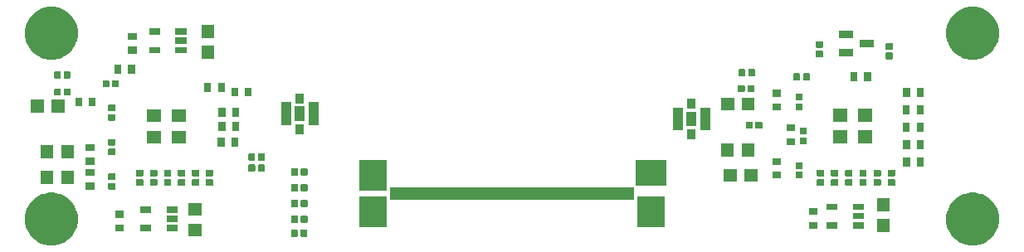
<source format=gbr>
G04 #@! TF.GenerationSoftware,KiCad,Pcbnew,5.0.2+dfsg1-1~bpo9+1*
G04 #@! TF.CreationDate,2019-10-08T18:25:51+02:00*
G04 #@! TF.ProjectId,OV9281,4f563932-3831-42e6-9b69-6361645f7063,rev?*
G04 #@! TF.SameCoordinates,Original*
G04 #@! TF.FileFunction,Soldermask,Top*
G04 #@! TF.FilePolarity,Negative*
%FSLAX46Y46*%
G04 Gerber Fmt 4.6, Leading zero omitted, Abs format (unit mm)*
G04 Created by KiCad (PCBNEW 5.0.2+dfsg1-1~bpo9+1) date Tue 08 Oct 2019 06:25:51 PM CEST*
%MOMM*%
%LPD*%
G01*
G04 APERTURE LIST*
%ADD10C,0.100000*%
G04 APERTURE END LIST*
D10*
G36*
X197787850Y-119402797D02*
X197787852Y-119402798D01*
X197787853Y-119402798D01*
X197969430Y-119478010D01*
X198279404Y-119606405D01*
X198721790Y-119901998D01*
X199098002Y-120278210D01*
X199393595Y-120720596D01*
X199415271Y-120772927D01*
X199588443Y-121191000D01*
X199597203Y-121212150D01*
X199701000Y-121733973D01*
X199701000Y-122266027D01*
X199597203Y-122787850D01*
X199393595Y-123279404D01*
X199098002Y-123721790D01*
X198721790Y-124098002D01*
X198279404Y-124393595D01*
X197969430Y-124521990D01*
X197787853Y-124597202D01*
X197787852Y-124597202D01*
X197787850Y-124597203D01*
X197266027Y-124701000D01*
X196733973Y-124701000D01*
X196212150Y-124597203D01*
X196212148Y-124597202D01*
X196212147Y-124597202D01*
X196030570Y-124521990D01*
X195720596Y-124393595D01*
X195278210Y-124098002D01*
X194901998Y-123721790D01*
X194606405Y-123279404D01*
X194402797Y-122787850D01*
X194299000Y-122266027D01*
X194299000Y-121733973D01*
X194402797Y-121212150D01*
X194411558Y-121191000D01*
X194584729Y-120772927D01*
X194606405Y-120720596D01*
X194901998Y-120278210D01*
X195278210Y-119901998D01*
X195720596Y-119606405D01*
X196030570Y-119478010D01*
X196212147Y-119402798D01*
X196212148Y-119402798D01*
X196212150Y-119402797D01*
X196733973Y-119299000D01*
X197266027Y-119299000D01*
X197787850Y-119402797D01*
X197787850Y-119402797D01*
G37*
G36*
X103787850Y-119402797D02*
X103787852Y-119402798D01*
X103787853Y-119402798D01*
X103969430Y-119478010D01*
X104279404Y-119606405D01*
X104721790Y-119901998D01*
X105098002Y-120278210D01*
X105393595Y-120720596D01*
X105415271Y-120772927D01*
X105588443Y-121191000D01*
X105597203Y-121212150D01*
X105701000Y-121733973D01*
X105701000Y-122266027D01*
X105597203Y-122787850D01*
X105393595Y-123279404D01*
X105098002Y-123721790D01*
X104721790Y-124098002D01*
X104279404Y-124393595D01*
X103969430Y-124521990D01*
X103787853Y-124597202D01*
X103787852Y-124597202D01*
X103787850Y-124597203D01*
X103266027Y-124701000D01*
X102733973Y-124701000D01*
X102212150Y-124597203D01*
X102212148Y-124597202D01*
X102212147Y-124597202D01*
X102030570Y-124521990D01*
X101720596Y-124393595D01*
X101278210Y-124098002D01*
X100901998Y-123721790D01*
X100606405Y-123279404D01*
X100402797Y-122787850D01*
X100299000Y-122266027D01*
X100299000Y-121733973D01*
X100402797Y-121212150D01*
X100411558Y-121191000D01*
X100584729Y-120772927D01*
X100606405Y-120720596D01*
X100901998Y-120278210D01*
X101278210Y-119901998D01*
X101720596Y-119606405D01*
X102030570Y-119478010D01*
X102212147Y-119402798D01*
X102212148Y-119402798D01*
X102212150Y-119402797D01*
X102733973Y-119299000D01*
X103266027Y-119299000D01*
X103787850Y-119402797D01*
X103787850Y-119402797D01*
G37*
G36*
X128041938Y-123075716D02*
X128062556Y-123081970D01*
X128081556Y-123092126D01*
X128098208Y-123105792D01*
X128111874Y-123122444D01*
X128122030Y-123141444D01*
X128128284Y-123162062D01*
X128131000Y-123189640D01*
X128131000Y-123698360D01*
X128128284Y-123725938D01*
X128122030Y-123746556D01*
X128111874Y-123765556D01*
X128098208Y-123782208D01*
X128081556Y-123795874D01*
X128062556Y-123806030D01*
X128041938Y-123812284D01*
X128014360Y-123815000D01*
X127555640Y-123815000D01*
X127528062Y-123812284D01*
X127507444Y-123806030D01*
X127488444Y-123795874D01*
X127471792Y-123782208D01*
X127458126Y-123765556D01*
X127447970Y-123746556D01*
X127441716Y-123725938D01*
X127439000Y-123698360D01*
X127439000Y-123189640D01*
X127441716Y-123162062D01*
X127447970Y-123141444D01*
X127458126Y-123122444D01*
X127471792Y-123105792D01*
X127488444Y-123092126D01*
X127507444Y-123081970D01*
X127528062Y-123075716D01*
X127555640Y-123073000D01*
X128014360Y-123073000D01*
X128041938Y-123075716D01*
X128041938Y-123075716D01*
G37*
G36*
X129011938Y-123075716D02*
X129032556Y-123081970D01*
X129051556Y-123092126D01*
X129068208Y-123105792D01*
X129081874Y-123122444D01*
X129092030Y-123141444D01*
X129098284Y-123162062D01*
X129101000Y-123189640D01*
X129101000Y-123698360D01*
X129098284Y-123725938D01*
X129092030Y-123746556D01*
X129081874Y-123765556D01*
X129068208Y-123782208D01*
X129051556Y-123795874D01*
X129032556Y-123806030D01*
X129011938Y-123812284D01*
X128984360Y-123815000D01*
X128525640Y-123815000D01*
X128498062Y-123812284D01*
X128477444Y-123806030D01*
X128458444Y-123795874D01*
X128441792Y-123782208D01*
X128428126Y-123765556D01*
X128417970Y-123746556D01*
X128411716Y-123725938D01*
X128409000Y-123698360D01*
X128409000Y-123189640D01*
X128411716Y-123162062D01*
X128417970Y-123141444D01*
X128428126Y-123122444D01*
X128441792Y-123105792D01*
X128458444Y-123092126D01*
X128477444Y-123081970D01*
X128498062Y-123075716D01*
X128525640Y-123073000D01*
X128984360Y-123073000D01*
X129011938Y-123075716D01*
X129011938Y-123075716D01*
G37*
G36*
X118307000Y-123775000D02*
X117005000Y-123775000D01*
X117005000Y-122473000D01*
X118307000Y-122473000D01*
X118307000Y-123775000D01*
X118307000Y-123775000D01*
G37*
G36*
X188529000Y-123291000D02*
X187227000Y-123291000D01*
X187227000Y-121989000D01*
X188529000Y-121989000D01*
X188529000Y-123291000D01*
X188529000Y-123291000D01*
G37*
G36*
X110407000Y-123275000D02*
X109505000Y-123275000D01*
X109505000Y-122573000D01*
X110407000Y-122573000D01*
X110407000Y-123275000D01*
X110407000Y-123275000D01*
G37*
G36*
X113207000Y-123250000D02*
X112105000Y-123250000D01*
X112105000Y-122598000D01*
X113207000Y-122598000D01*
X113207000Y-123250000D01*
X113207000Y-123250000D01*
G37*
G36*
X115907000Y-123250000D02*
X114805000Y-123250000D01*
X114805000Y-122598000D01*
X115907000Y-122598000D01*
X115907000Y-123250000D01*
X115907000Y-123250000D01*
G37*
G36*
X181179000Y-122991000D02*
X180277000Y-122991000D01*
X180277000Y-122289000D01*
X181179000Y-122289000D01*
X181179000Y-122991000D01*
X181179000Y-122991000D01*
G37*
G36*
X185929000Y-122966000D02*
X184827000Y-122966000D01*
X184827000Y-122314000D01*
X185929000Y-122314000D01*
X185929000Y-122966000D01*
X185929000Y-122966000D01*
G37*
G36*
X183229000Y-122966000D02*
X182127000Y-122966000D01*
X182127000Y-122314000D01*
X183229000Y-122314000D01*
X183229000Y-122966000D01*
X183229000Y-122966000D01*
G37*
G36*
X165601000Y-122801000D02*
X162799000Y-122801000D01*
X162799000Y-119699000D01*
X165601000Y-119699000D01*
X165601000Y-122801000D01*
X165601000Y-122801000D01*
G37*
G36*
X137201000Y-122801000D02*
X134399000Y-122801000D01*
X134399000Y-119699000D01*
X137201000Y-119699000D01*
X137201000Y-122801000D01*
X137201000Y-122801000D01*
G37*
G36*
X129054937Y-121648717D02*
X129075555Y-121654971D01*
X129094555Y-121665127D01*
X129111207Y-121678793D01*
X129124873Y-121695445D01*
X129135029Y-121714445D01*
X129141283Y-121735063D01*
X129143999Y-121762641D01*
X129143999Y-122271361D01*
X129141283Y-122298939D01*
X129135029Y-122319557D01*
X129124873Y-122338557D01*
X129111207Y-122355209D01*
X129094555Y-122368875D01*
X129075555Y-122379031D01*
X129054937Y-122385285D01*
X129027359Y-122388001D01*
X128568639Y-122388001D01*
X128541061Y-122385285D01*
X128520443Y-122379031D01*
X128501443Y-122368875D01*
X128484791Y-122355209D01*
X128471125Y-122338557D01*
X128460969Y-122319557D01*
X128454715Y-122298939D01*
X128451999Y-122271361D01*
X128451999Y-121762641D01*
X128454715Y-121735063D01*
X128460969Y-121714445D01*
X128471125Y-121695445D01*
X128484791Y-121678793D01*
X128501443Y-121665127D01*
X128520443Y-121654971D01*
X128541061Y-121648717D01*
X128568639Y-121646001D01*
X129027359Y-121646001D01*
X129054937Y-121648717D01*
X129054937Y-121648717D01*
G37*
G36*
X128084937Y-121648717D02*
X128105555Y-121654971D01*
X128124555Y-121665127D01*
X128141207Y-121678793D01*
X128154873Y-121695445D01*
X128165029Y-121714445D01*
X128171283Y-121735063D01*
X128173999Y-121762641D01*
X128173999Y-122271361D01*
X128171283Y-122298939D01*
X128165029Y-122319557D01*
X128154873Y-122338557D01*
X128141207Y-122355209D01*
X128124555Y-122368875D01*
X128105555Y-122379031D01*
X128084937Y-122385285D01*
X128057359Y-122388001D01*
X127598639Y-122388001D01*
X127571061Y-122385285D01*
X127550443Y-122379031D01*
X127531443Y-122368875D01*
X127514791Y-122355209D01*
X127501125Y-122338557D01*
X127490969Y-122319557D01*
X127484715Y-122298939D01*
X127481999Y-122271361D01*
X127481999Y-121762641D01*
X127484715Y-121735063D01*
X127490969Y-121714445D01*
X127501125Y-121695445D01*
X127514791Y-121678793D01*
X127531443Y-121665127D01*
X127550443Y-121654971D01*
X127571061Y-121648717D01*
X127598639Y-121646001D01*
X128057359Y-121646001D01*
X128084937Y-121648717D01*
X128084937Y-121648717D01*
G37*
G36*
X115907000Y-122300000D02*
X114805000Y-122300000D01*
X114805000Y-121648000D01*
X115907000Y-121648000D01*
X115907000Y-122300000D01*
X115907000Y-122300000D01*
G37*
G36*
X185929000Y-122016000D02*
X184827000Y-122016000D01*
X184827000Y-121364000D01*
X185929000Y-121364000D01*
X185929000Y-122016000D01*
X185929000Y-122016000D01*
G37*
G36*
X110407000Y-121875000D02*
X109505000Y-121875000D01*
X109505000Y-121173000D01*
X110407000Y-121173000D01*
X110407000Y-121875000D01*
X110407000Y-121875000D01*
G37*
G36*
X118307000Y-121675000D02*
X117005000Y-121675000D01*
X117005000Y-120373000D01*
X118307000Y-120373000D01*
X118307000Y-121675000D01*
X118307000Y-121675000D01*
G37*
G36*
X181179000Y-121591000D02*
X180277000Y-121591000D01*
X180277000Y-120889000D01*
X181179000Y-120889000D01*
X181179000Y-121591000D01*
X181179000Y-121591000D01*
G37*
G36*
X115907000Y-121350000D02*
X114805000Y-121350000D01*
X114805000Y-120698000D01*
X115907000Y-120698000D01*
X115907000Y-121350000D01*
X115907000Y-121350000D01*
G37*
G36*
X113207000Y-121350000D02*
X112105000Y-121350000D01*
X112105000Y-120698000D01*
X113207000Y-120698000D01*
X113207000Y-121350000D01*
X113207000Y-121350000D01*
G37*
G36*
X188529000Y-121191000D02*
X187227000Y-121191000D01*
X187227000Y-119889000D01*
X188529000Y-119889000D01*
X188529000Y-121191000D01*
X188529000Y-121191000D01*
G37*
G36*
X183229000Y-121066000D02*
X182127000Y-121066000D01*
X182127000Y-120414000D01*
X183229000Y-120414000D01*
X183229000Y-121066000D01*
X183229000Y-121066000D01*
G37*
G36*
X185929000Y-121066000D02*
X184827000Y-121066000D01*
X184827000Y-120414000D01*
X185929000Y-120414000D01*
X185929000Y-121066000D01*
X185929000Y-121066000D01*
G37*
G36*
X129054937Y-120036967D02*
X129075555Y-120043221D01*
X129094555Y-120053377D01*
X129111207Y-120067043D01*
X129124873Y-120083695D01*
X129135029Y-120102695D01*
X129141283Y-120123313D01*
X129143999Y-120150891D01*
X129143999Y-120659611D01*
X129141283Y-120687189D01*
X129135029Y-120707807D01*
X129124873Y-120726807D01*
X129111207Y-120743459D01*
X129094555Y-120757125D01*
X129075555Y-120767281D01*
X129054937Y-120773535D01*
X129027359Y-120776251D01*
X128568639Y-120776251D01*
X128541061Y-120773535D01*
X128520443Y-120767281D01*
X128501443Y-120757125D01*
X128484791Y-120743459D01*
X128471125Y-120726807D01*
X128460969Y-120707807D01*
X128454715Y-120687189D01*
X128451999Y-120659611D01*
X128451999Y-120150891D01*
X128454715Y-120123313D01*
X128460969Y-120102695D01*
X128471125Y-120083695D01*
X128484791Y-120067043D01*
X128501443Y-120053377D01*
X128520443Y-120043221D01*
X128541061Y-120036967D01*
X128568639Y-120034251D01*
X129027359Y-120034251D01*
X129054937Y-120036967D01*
X129054937Y-120036967D01*
G37*
G36*
X128084937Y-120036967D02*
X128105555Y-120043221D01*
X128124555Y-120053377D01*
X128141207Y-120067043D01*
X128154873Y-120083695D01*
X128165029Y-120102695D01*
X128171283Y-120123313D01*
X128173999Y-120150891D01*
X128173999Y-120659611D01*
X128171283Y-120687189D01*
X128165029Y-120707807D01*
X128154873Y-120726807D01*
X128141207Y-120743459D01*
X128124555Y-120757125D01*
X128105555Y-120767281D01*
X128084937Y-120773535D01*
X128057359Y-120776251D01*
X127598639Y-120776251D01*
X127571061Y-120773535D01*
X127550443Y-120767281D01*
X127531443Y-120757125D01*
X127514791Y-120743459D01*
X127501125Y-120726807D01*
X127490969Y-120707807D01*
X127484715Y-120687189D01*
X127481999Y-120659611D01*
X127481999Y-120150891D01*
X127484715Y-120123313D01*
X127490969Y-120102695D01*
X127501125Y-120083695D01*
X127514791Y-120067043D01*
X127531443Y-120053377D01*
X127550443Y-120043221D01*
X127571061Y-120036967D01*
X127598639Y-120034251D01*
X128057359Y-120034251D01*
X128084937Y-120036967D01*
X128084937Y-120036967D01*
G37*
G36*
X162451000Y-120051000D02*
X137549000Y-120051000D01*
X137549000Y-118749000D01*
X162451000Y-118749000D01*
X162451000Y-120051000D01*
X162451000Y-120051000D01*
G37*
G36*
X128084937Y-118425217D02*
X128105555Y-118431471D01*
X128124555Y-118441627D01*
X128141207Y-118455293D01*
X128154873Y-118471945D01*
X128165029Y-118490945D01*
X128171283Y-118511563D01*
X128173999Y-118539141D01*
X128173999Y-119047861D01*
X128171283Y-119075439D01*
X128165029Y-119096057D01*
X128154873Y-119115057D01*
X128141207Y-119131709D01*
X128124555Y-119145375D01*
X128105555Y-119155531D01*
X128084937Y-119161785D01*
X128057359Y-119164501D01*
X127598639Y-119164501D01*
X127571061Y-119161785D01*
X127550443Y-119155531D01*
X127531443Y-119145375D01*
X127514791Y-119131709D01*
X127501125Y-119115057D01*
X127490969Y-119096057D01*
X127484715Y-119075439D01*
X127481999Y-119047861D01*
X127481999Y-118539141D01*
X127484715Y-118511563D01*
X127490969Y-118490945D01*
X127501125Y-118471945D01*
X127514791Y-118455293D01*
X127531443Y-118441627D01*
X127550443Y-118431471D01*
X127571061Y-118425217D01*
X127598639Y-118422501D01*
X128057359Y-118422501D01*
X128084937Y-118425217D01*
X128084937Y-118425217D01*
G37*
G36*
X129054937Y-118425217D02*
X129075555Y-118431471D01*
X129094555Y-118441627D01*
X129111207Y-118455293D01*
X129124873Y-118471945D01*
X129135029Y-118490945D01*
X129141283Y-118511563D01*
X129143999Y-118539141D01*
X129143999Y-119047861D01*
X129141283Y-119075439D01*
X129135029Y-119096057D01*
X129124873Y-119115057D01*
X129111207Y-119131709D01*
X129094555Y-119145375D01*
X129075555Y-119155531D01*
X129054937Y-119161785D01*
X129027359Y-119164501D01*
X128568639Y-119164501D01*
X128541061Y-119161785D01*
X128520443Y-119155531D01*
X128501443Y-119145375D01*
X128484791Y-119131709D01*
X128471125Y-119115057D01*
X128460969Y-119096057D01*
X128454715Y-119075439D01*
X128451999Y-119047861D01*
X128451999Y-118539141D01*
X128454715Y-118511563D01*
X128460969Y-118490945D01*
X128471125Y-118471945D01*
X128484791Y-118455293D01*
X128501443Y-118441627D01*
X128520443Y-118431471D01*
X128541061Y-118425217D01*
X128568639Y-118422501D01*
X129027359Y-118422501D01*
X129054937Y-118425217D01*
X129054937Y-118425217D01*
G37*
G36*
X137201000Y-119101000D02*
X134399000Y-119101000D01*
X134399000Y-115999000D01*
X137201000Y-115999000D01*
X137201000Y-119101000D01*
X137201000Y-119101000D01*
G37*
G36*
X107421000Y-118991000D02*
X106519000Y-118991000D01*
X106519000Y-118289000D01*
X107421000Y-118289000D01*
X107421000Y-118991000D01*
X107421000Y-118991000D01*
G37*
G36*
X109431938Y-118301716D02*
X109452556Y-118307970D01*
X109471556Y-118318126D01*
X109488208Y-118331792D01*
X109501874Y-118348444D01*
X109512030Y-118367444D01*
X109518284Y-118388062D01*
X109521000Y-118415640D01*
X109521000Y-118874360D01*
X109518284Y-118901938D01*
X109512030Y-118922556D01*
X109501874Y-118941556D01*
X109488208Y-118958208D01*
X109471556Y-118971874D01*
X109452556Y-118982030D01*
X109431938Y-118988284D01*
X109404360Y-118991000D01*
X108895640Y-118991000D01*
X108868062Y-118988284D01*
X108847444Y-118982030D01*
X108828444Y-118971874D01*
X108811792Y-118958208D01*
X108798126Y-118941556D01*
X108787970Y-118922556D01*
X108781716Y-118901938D01*
X108779000Y-118874360D01*
X108779000Y-118415640D01*
X108781716Y-118388062D01*
X108787970Y-118367444D01*
X108798126Y-118348444D01*
X108811792Y-118331792D01*
X108828444Y-118318126D01*
X108847444Y-118307970D01*
X108868062Y-118301716D01*
X108895640Y-118299000D01*
X109404360Y-118299000D01*
X109431938Y-118301716D01*
X109431938Y-118301716D01*
G37*
G36*
X184644114Y-117925716D02*
X184664732Y-117931970D01*
X184683732Y-117942126D01*
X184700384Y-117955792D01*
X184714050Y-117972444D01*
X184724206Y-117991444D01*
X184730460Y-118012062D01*
X184733176Y-118039640D01*
X184733176Y-118498360D01*
X184730460Y-118525938D01*
X184724206Y-118546556D01*
X184714050Y-118565556D01*
X184700384Y-118582208D01*
X184683732Y-118595874D01*
X184664732Y-118606030D01*
X184644114Y-118612284D01*
X184616536Y-118615000D01*
X184107816Y-118615000D01*
X184080238Y-118612284D01*
X184059620Y-118606030D01*
X184040620Y-118595874D01*
X184023968Y-118582208D01*
X184010302Y-118565556D01*
X184000146Y-118546556D01*
X183993892Y-118525938D01*
X183991176Y-118498360D01*
X183991176Y-118039640D01*
X183993892Y-118012062D01*
X184000146Y-117991444D01*
X184010302Y-117972444D01*
X184023968Y-117955792D01*
X184040620Y-117942126D01*
X184059620Y-117931970D01*
X184080238Y-117925716D01*
X184107816Y-117923000D01*
X184616536Y-117923000D01*
X184644114Y-117925716D01*
X184644114Y-117925716D01*
G37*
G36*
X189003938Y-117925716D02*
X189024556Y-117931970D01*
X189043556Y-117942126D01*
X189060208Y-117955792D01*
X189073874Y-117972444D01*
X189084030Y-117991444D01*
X189090284Y-118012062D01*
X189093000Y-118039640D01*
X189093000Y-118498360D01*
X189090284Y-118525938D01*
X189084030Y-118546556D01*
X189073874Y-118565556D01*
X189060208Y-118582208D01*
X189043556Y-118595874D01*
X189024556Y-118606030D01*
X189003938Y-118612284D01*
X188976360Y-118615000D01*
X188467640Y-118615000D01*
X188440062Y-118612284D01*
X188419444Y-118606030D01*
X188400444Y-118595874D01*
X188383792Y-118582208D01*
X188370126Y-118565556D01*
X188359970Y-118546556D01*
X188353716Y-118525938D01*
X188351000Y-118498360D01*
X188351000Y-118039640D01*
X188353716Y-118012062D01*
X188359970Y-117991444D01*
X188370126Y-117972444D01*
X188383792Y-117955792D01*
X188400444Y-117942126D01*
X188419444Y-117931970D01*
X188440062Y-117925716D01*
X188467640Y-117923000D01*
X188976360Y-117923000D01*
X189003938Y-117925716D01*
X189003938Y-117925716D01*
G37*
G36*
X187550662Y-117925716D02*
X187571280Y-117931970D01*
X187590280Y-117942126D01*
X187606932Y-117955792D01*
X187620598Y-117972444D01*
X187630754Y-117991444D01*
X187637008Y-118012062D01*
X187639724Y-118039640D01*
X187639724Y-118498360D01*
X187637008Y-118525938D01*
X187630754Y-118546556D01*
X187620598Y-118565556D01*
X187606932Y-118582208D01*
X187590280Y-118595874D01*
X187571280Y-118606030D01*
X187550662Y-118612284D01*
X187523084Y-118615000D01*
X187014364Y-118615000D01*
X186986786Y-118612284D01*
X186966168Y-118606030D01*
X186947168Y-118595874D01*
X186930516Y-118582208D01*
X186916850Y-118565556D01*
X186906694Y-118546556D01*
X186900440Y-118525938D01*
X186897724Y-118498360D01*
X186897724Y-118039640D01*
X186900440Y-118012062D01*
X186906694Y-117991444D01*
X186916850Y-117972444D01*
X186930516Y-117955792D01*
X186947168Y-117942126D01*
X186966168Y-117931970D01*
X186986786Y-117925716D01*
X187014364Y-117923000D01*
X187523084Y-117923000D01*
X187550662Y-117925716D01*
X187550662Y-117925716D01*
G37*
G36*
X183190840Y-117925716D02*
X183211458Y-117931970D01*
X183230458Y-117942126D01*
X183247110Y-117955792D01*
X183260776Y-117972444D01*
X183270932Y-117991444D01*
X183277186Y-118012062D01*
X183279902Y-118039640D01*
X183279902Y-118498360D01*
X183277186Y-118525938D01*
X183270932Y-118546556D01*
X183260776Y-118565556D01*
X183247110Y-118582208D01*
X183230458Y-118595874D01*
X183211458Y-118606030D01*
X183190840Y-118612284D01*
X183163262Y-118615000D01*
X182654542Y-118615000D01*
X182626964Y-118612284D01*
X182606346Y-118606030D01*
X182587346Y-118595874D01*
X182570694Y-118582208D01*
X182557028Y-118565556D01*
X182546872Y-118546556D01*
X182540618Y-118525938D01*
X182537902Y-118498360D01*
X182537902Y-118039640D01*
X182540618Y-118012062D01*
X182546872Y-117991444D01*
X182557028Y-117972444D01*
X182570694Y-117955792D01*
X182587346Y-117942126D01*
X182606346Y-117931970D01*
X182626964Y-117925716D01*
X182654542Y-117923000D01*
X183163262Y-117923000D01*
X183190840Y-117925716D01*
X183190840Y-117925716D01*
G37*
G36*
X181737566Y-117925716D02*
X181758184Y-117931970D01*
X181777184Y-117942126D01*
X181793836Y-117955792D01*
X181807502Y-117972444D01*
X181817658Y-117991444D01*
X181823912Y-118012062D01*
X181826628Y-118039640D01*
X181826628Y-118498360D01*
X181823912Y-118525938D01*
X181817658Y-118546556D01*
X181807502Y-118565556D01*
X181793836Y-118582208D01*
X181777184Y-118595874D01*
X181758184Y-118606030D01*
X181737566Y-118612284D01*
X181709988Y-118615000D01*
X181201268Y-118615000D01*
X181173690Y-118612284D01*
X181153072Y-118606030D01*
X181134072Y-118595874D01*
X181117420Y-118582208D01*
X181103754Y-118565556D01*
X181093598Y-118546556D01*
X181087344Y-118525938D01*
X181084628Y-118498360D01*
X181084628Y-118039640D01*
X181087344Y-118012062D01*
X181093598Y-117991444D01*
X181103754Y-117972444D01*
X181117420Y-117955792D01*
X181134072Y-117942126D01*
X181153072Y-117931970D01*
X181173690Y-117925716D01*
X181201268Y-117923000D01*
X181709988Y-117923000D01*
X181737566Y-117925716D01*
X181737566Y-117925716D01*
G37*
G36*
X186097388Y-117925716D02*
X186118006Y-117931970D01*
X186137006Y-117942126D01*
X186153658Y-117955792D01*
X186167324Y-117972444D01*
X186177480Y-117991444D01*
X186183734Y-118012062D01*
X186186450Y-118039640D01*
X186186450Y-118498360D01*
X186183734Y-118525938D01*
X186177480Y-118546556D01*
X186167324Y-118565556D01*
X186153658Y-118582208D01*
X186137006Y-118595874D01*
X186118006Y-118606030D01*
X186097388Y-118612284D01*
X186069810Y-118615000D01*
X185561090Y-118615000D01*
X185533512Y-118612284D01*
X185512894Y-118606030D01*
X185493894Y-118595874D01*
X185477242Y-118582208D01*
X185463576Y-118565556D01*
X185453420Y-118546556D01*
X185447166Y-118525938D01*
X185444450Y-118498360D01*
X185444450Y-118039640D01*
X185447166Y-118012062D01*
X185453420Y-117991444D01*
X185463576Y-117972444D01*
X185477242Y-117955792D01*
X185493894Y-117942126D01*
X185512894Y-117931970D01*
X185533512Y-117925716D01*
X185561090Y-117923000D01*
X186069810Y-117923000D01*
X186097388Y-117925716D01*
X186097388Y-117925716D01*
G37*
G36*
X116563138Y-117921716D02*
X116583756Y-117927970D01*
X116602756Y-117938126D01*
X116619408Y-117951792D01*
X116633074Y-117968444D01*
X116643230Y-117987444D01*
X116649484Y-118008062D01*
X116652200Y-118035640D01*
X116652200Y-118494360D01*
X116649484Y-118521938D01*
X116643230Y-118542556D01*
X116633074Y-118561556D01*
X116619408Y-118578208D01*
X116602756Y-118591874D01*
X116583756Y-118602030D01*
X116563138Y-118608284D01*
X116535560Y-118611000D01*
X116026840Y-118611000D01*
X115999262Y-118608284D01*
X115978644Y-118602030D01*
X115959644Y-118591874D01*
X115942992Y-118578208D01*
X115929326Y-118561556D01*
X115919170Y-118542556D01*
X115912916Y-118521938D01*
X115910200Y-118494360D01*
X115910200Y-118035640D01*
X115912916Y-118008062D01*
X115919170Y-117987444D01*
X115929326Y-117968444D01*
X115942992Y-117951792D01*
X115959644Y-117938126D01*
X115978644Y-117927970D01*
X115999262Y-117921716D01*
X116026840Y-117919000D01*
X116535560Y-117919000D01*
X116563138Y-117921716D01*
X116563138Y-117921716D01*
G37*
G36*
X115140738Y-117921716D02*
X115161356Y-117927970D01*
X115180356Y-117938126D01*
X115197008Y-117951792D01*
X115210674Y-117968444D01*
X115220830Y-117987444D01*
X115227084Y-118008062D01*
X115229800Y-118035640D01*
X115229800Y-118494360D01*
X115227084Y-118521938D01*
X115220830Y-118542556D01*
X115210674Y-118561556D01*
X115197008Y-118578208D01*
X115180356Y-118591874D01*
X115161356Y-118602030D01*
X115140738Y-118608284D01*
X115113160Y-118611000D01*
X114604440Y-118611000D01*
X114576862Y-118608284D01*
X114556244Y-118602030D01*
X114537244Y-118591874D01*
X114520592Y-118578208D01*
X114506926Y-118561556D01*
X114496770Y-118542556D01*
X114490516Y-118521938D01*
X114487800Y-118494360D01*
X114487800Y-118035640D01*
X114490516Y-118008062D01*
X114496770Y-117987444D01*
X114506926Y-117968444D01*
X114520592Y-117951792D01*
X114537244Y-117938126D01*
X114556244Y-117927970D01*
X114576862Y-117921716D01*
X114604440Y-117919000D01*
X115113160Y-117919000D01*
X115140738Y-117921716D01*
X115140738Y-117921716D01*
G37*
G36*
X113718338Y-117921716D02*
X113738956Y-117927970D01*
X113757956Y-117938126D01*
X113774608Y-117951792D01*
X113788274Y-117968444D01*
X113798430Y-117987444D01*
X113804684Y-118008062D01*
X113807400Y-118035640D01*
X113807400Y-118494360D01*
X113804684Y-118521938D01*
X113798430Y-118542556D01*
X113788274Y-118561556D01*
X113774608Y-118578208D01*
X113757956Y-118591874D01*
X113738956Y-118602030D01*
X113718338Y-118608284D01*
X113690760Y-118611000D01*
X113182040Y-118611000D01*
X113154462Y-118608284D01*
X113133844Y-118602030D01*
X113114844Y-118591874D01*
X113098192Y-118578208D01*
X113084526Y-118561556D01*
X113074370Y-118542556D01*
X113068116Y-118521938D01*
X113065400Y-118494360D01*
X113065400Y-118035640D01*
X113068116Y-118008062D01*
X113074370Y-117987444D01*
X113084526Y-117968444D01*
X113098192Y-117951792D01*
X113114844Y-117938126D01*
X113133844Y-117927970D01*
X113154462Y-117921716D01*
X113182040Y-117919000D01*
X113690760Y-117919000D01*
X113718338Y-117921716D01*
X113718338Y-117921716D01*
G37*
G36*
X112295938Y-117921716D02*
X112316556Y-117927970D01*
X112335556Y-117938126D01*
X112352208Y-117951792D01*
X112365874Y-117968444D01*
X112376030Y-117987444D01*
X112382284Y-118008062D01*
X112385000Y-118035640D01*
X112385000Y-118494360D01*
X112382284Y-118521938D01*
X112376030Y-118542556D01*
X112365874Y-118561556D01*
X112352208Y-118578208D01*
X112335556Y-118591874D01*
X112316556Y-118602030D01*
X112295938Y-118608284D01*
X112268360Y-118611000D01*
X111759640Y-118611000D01*
X111732062Y-118608284D01*
X111711444Y-118602030D01*
X111692444Y-118591874D01*
X111675792Y-118578208D01*
X111662126Y-118561556D01*
X111651970Y-118542556D01*
X111645716Y-118521938D01*
X111643000Y-118494360D01*
X111643000Y-118035640D01*
X111645716Y-118008062D01*
X111651970Y-117987444D01*
X111662126Y-117968444D01*
X111675792Y-117951792D01*
X111692444Y-117938126D01*
X111711444Y-117927970D01*
X111732062Y-117921716D01*
X111759640Y-117919000D01*
X112268360Y-117919000D01*
X112295938Y-117921716D01*
X112295938Y-117921716D01*
G37*
G36*
X117985538Y-117921716D02*
X118006156Y-117927970D01*
X118025156Y-117938126D01*
X118041808Y-117951792D01*
X118055474Y-117968444D01*
X118065630Y-117987444D01*
X118071884Y-118008062D01*
X118074600Y-118035640D01*
X118074600Y-118494360D01*
X118071884Y-118521938D01*
X118065630Y-118542556D01*
X118055474Y-118561556D01*
X118041808Y-118578208D01*
X118025156Y-118591874D01*
X118006156Y-118602030D01*
X117985538Y-118608284D01*
X117957960Y-118611000D01*
X117449240Y-118611000D01*
X117421662Y-118608284D01*
X117401044Y-118602030D01*
X117382044Y-118591874D01*
X117365392Y-118578208D01*
X117351726Y-118561556D01*
X117341570Y-118542556D01*
X117335316Y-118521938D01*
X117332600Y-118494360D01*
X117332600Y-118035640D01*
X117335316Y-118008062D01*
X117341570Y-117987444D01*
X117351726Y-117968444D01*
X117365392Y-117951792D01*
X117382044Y-117938126D01*
X117401044Y-117927970D01*
X117421662Y-117921716D01*
X117449240Y-117919000D01*
X117957960Y-117919000D01*
X117985538Y-117921716D01*
X117985538Y-117921716D01*
G37*
G36*
X119407938Y-117921716D02*
X119428556Y-117927970D01*
X119447556Y-117938126D01*
X119464208Y-117951792D01*
X119477874Y-117968444D01*
X119488030Y-117987444D01*
X119494284Y-118008062D01*
X119497000Y-118035640D01*
X119497000Y-118494360D01*
X119494284Y-118521938D01*
X119488030Y-118542556D01*
X119477874Y-118561556D01*
X119464208Y-118578208D01*
X119447556Y-118591874D01*
X119428556Y-118602030D01*
X119407938Y-118608284D01*
X119380360Y-118611000D01*
X118871640Y-118611000D01*
X118844062Y-118608284D01*
X118823444Y-118602030D01*
X118804444Y-118591874D01*
X118787792Y-118578208D01*
X118774126Y-118561556D01*
X118763970Y-118542556D01*
X118757716Y-118521938D01*
X118755000Y-118494360D01*
X118755000Y-118035640D01*
X118757716Y-118008062D01*
X118763970Y-117987444D01*
X118774126Y-117968444D01*
X118787792Y-117951792D01*
X118804444Y-117938126D01*
X118823444Y-117927970D01*
X118844062Y-117921716D01*
X118871640Y-117919000D01*
X119380360Y-117919000D01*
X119407938Y-117921716D01*
X119407938Y-117921716D01*
G37*
G36*
X165751000Y-118601000D02*
X162649000Y-118601000D01*
X162649000Y-115999000D01*
X165751000Y-115999000D01*
X165751000Y-118601000D01*
X165751000Y-118601000D01*
G37*
G36*
X105311000Y-118401000D02*
X104009000Y-118401000D01*
X104009000Y-117099000D01*
X105311000Y-117099000D01*
X105311000Y-118401000D01*
X105311000Y-118401000D01*
G37*
G36*
X103211000Y-118401000D02*
X101909000Y-118401000D01*
X101909000Y-117099000D01*
X103211000Y-117099000D01*
X103211000Y-118401000D01*
X103211000Y-118401000D01*
G37*
G36*
X175021000Y-118161000D02*
X173719000Y-118161000D01*
X173719000Y-116859000D01*
X175021000Y-116859000D01*
X175021000Y-118161000D01*
X175021000Y-118161000D01*
G37*
G36*
X172921000Y-118161000D02*
X171619000Y-118161000D01*
X171619000Y-116859000D01*
X172921000Y-116859000D01*
X172921000Y-118161000D01*
X172921000Y-118161000D01*
G37*
G36*
X109431938Y-117331716D02*
X109452556Y-117337970D01*
X109471556Y-117348126D01*
X109488208Y-117361792D01*
X109501874Y-117378444D01*
X109512030Y-117397444D01*
X109518284Y-117418062D01*
X109521000Y-117445640D01*
X109521000Y-117904360D01*
X109518284Y-117931938D01*
X109512030Y-117952556D01*
X109501874Y-117971556D01*
X109488208Y-117988208D01*
X109471556Y-118001874D01*
X109452556Y-118012030D01*
X109431938Y-118018284D01*
X109404360Y-118021000D01*
X108895640Y-118021000D01*
X108868062Y-118018284D01*
X108847444Y-118012030D01*
X108828444Y-118001874D01*
X108811792Y-117988208D01*
X108798126Y-117971556D01*
X108787970Y-117952556D01*
X108781716Y-117931938D01*
X108779000Y-117904360D01*
X108779000Y-117445640D01*
X108781716Y-117418062D01*
X108787970Y-117397444D01*
X108798126Y-117378444D01*
X108811792Y-117361792D01*
X108828444Y-117348126D01*
X108847444Y-117337970D01*
X108868062Y-117331716D01*
X108895640Y-117329000D01*
X109404360Y-117329000D01*
X109431938Y-117331716D01*
X109431938Y-117331716D01*
G37*
G36*
X179575463Y-117181454D02*
X179596081Y-117187708D01*
X179615081Y-117197864D01*
X179631733Y-117211530D01*
X179645399Y-117228182D01*
X179655555Y-117247182D01*
X179661809Y-117267800D01*
X179664525Y-117295378D01*
X179664525Y-117754098D01*
X179661809Y-117781676D01*
X179655555Y-117802294D01*
X179645399Y-117821294D01*
X179631733Y-117837946D01*
X179615081Y-117851612D01*
X179596081Y-117861768D01*
X179575463Y-117868022D01*
X179547885Y-117870738D01*
X179039165Y-117870738D01*
X179011587Y-117868022D01*
X178990969Y-117861768D01*
X178971969Y-117851612D01*
X178955317Y-117837946D01*
X178941651Y-117821294D01*
X178931495Y-117802294D01*
X178925241Y-117781676D01*
X178922525Y-117754098D01*
X178922525Y-117295378D01*
X178925241Y-117267800D01*
X178931495Y-117247182D01*
X178941651Y-117228182D01*
X178955317Y-117211530D01*
X178971969Y-117197864D01*
X178990969Y-117187708D01*
X179011587Y-117181454D01*
X179039165Y-117178738D01*
X179547885Y-117178738D01*
X179575463Y-117181454D01*
X179575463Y-117181454D01*
G37*
G36*
X177471000Y-117870738D02*
X176569000Y-117870738D01*
X176569000Y-117168738D01*
X177471000Y-117168738D01*
X177471000Y-117870738D01*
X177471000Y-117870738D01*
G37*
G36*
X187550662Y-116955716D02*
X187571280Y-116961970D01*
X187590280Y-116972126D01*
X187606932Y-116985792D01*
X187620598Y-117002444D01*
X187630754Y-117021444D01*
X187637008Y-117042062D01*
X187639724Y-117069640D01*
X187639724Y-117528360D01*
X187637008Y-117555938D01*
X187630754Y-117576556D01*
X187620598Y-117595556D01*
X187606932Y-117612208D01*
X187590280Y-117625874D01*
X187571280Y-117636030D01*
X187550662Y-117642284D01*
X187523084Y-117645000D01*
X187014364Y-117645000D01*
X186986786Y-117642284D01*
X186966168Y-117636030D01*
X186947168Y-117625874D01*
X186930516Y-117612208D01*
X186916850Y-117595556D01*
X186906694Y-117576556D01*
X186900440Y-117555938D01*
X186897724Y-117528360D01*
X186897724Y-117069640D01*
X186900440Y-117042062D01*
X186906694Y-117021444D01*
X186916850Y-117002444D01*
X186930516Y-116985792D01*
X186947168Y-116972126D01*
X186966168Y-116961970D01*
X186986786Y-116955716D01*
X187014364Y-116953000D01*
X187523084Y-116953000D01*
X187550662Y-116955716D01*
X187550662Y-116955716D01*
G37*
G36*
X186097388Y-116955716D02*
X186118006Y-116961970D01*
X186137006Y-116972126D01*
X186153658Y-116985792D01*
X186167324Y-117002444D01*
X186177480Y-117021444D01*
X186183734Y-117042062D01*
X186186450Y-117069640D01*
X186186450Y-117528360D01*
X186183734Y-117555938D01*
X186177480Y-117576556D01*
X186167324Y-117595556D01*
X186153658Y-117612208D01*
X186137006Y-117625874D01*
X186118006Y-117636030D01*
X186097388Y-117642284D01*
X186069810Y-117645000D01*
X185561090Y-117645000D01*
X185533512Y-117642284D01*
X185512894Y-117636030D01*
X185493894Y-117625874D01*
X185477242Y-117612208D01*
X185463576Y-117595556D01*
X185453420Y-117576556D01*
X185447166Y-117555938D01*
X185444450Y-117528360D01*
X185444450Y-117069640D01*
X185447166Y-117042062D01*
X185453420Y-117021444D01*
X185463576Y-117002444D01*
X185477242Y-116985792D01*
X185493894Y-116972126D01*
X185512894Y-116961970D01*
X185533512Y-116955716D01*
X185561090Y-116953000D01*
X186069810Y-116953000D01*
X186097388Y-116955716D01*
X186097388Y-116955716D01*
G37*
G36*
X189003938Y-116955716D02*
X189024556Y-116961970D01*
X189043556Y-116972126D01*
X189060208Y-116985792D01*
X189073874Y-117002444D01*
X189084030Y-117021444D01*
X189090284Y-117042062D01*
X189093000Y-117069640D01*
X189093000Y-117528360D01*
X189090284Y-117555938D01*
X189084030Y-117576556D01*
X189073874Y-117595556D01*
X189060208Y-117612208D01*
X189043556Y-117625874D01*
X189024556Y-117636030D01*
X189003938Y-117642284D01*
X188976360Y-117645000D01*
X188467640Y-117645000D01*
X188440062Y-117642284D01*
X188419444Y-117636030D01*
X188400444Y-117625874D01*
X188383792Y-117612208D01*
X188370126Y-117595556D01*
X188359970Y-117576556D01*
X188353716Y-117555938D01*
X188351000Y-117528360D01*
X188351000Y-117069640D01*
X188353716Y-117042062D01*
X188359970Y-117021444D01*
X188370126Y-117002444D01*
X188383792Y-116985792D01*
X188400444Y-116972126D01*
X188419444Y-116961970D01*
X188440062Y-116955716D01*
X188467640Y-116953000D01*
X188976360Y-116953000D01*
X189003938Y-116955716D01*
X189003938Y-116955716D01*
G37*
G36*
X183190840Y-116955716D02*
X183211458Y-116961970D01*
X183230458Y-116972126D01*
X183247110Y-116985792D01*
X183260776Y-117002444D01*
X183270932Y-117021444D01*
X183277186Y-117042062D01*
X183279902Y-117069640D01*
X183279902Y-117528360D01*
X183277186Y-117555938D01*
X183270932Y-117576556D01*
X183260776Y-117595556D01*
X183247110Y-117612208D01*
X183230458Y-117625874D01*
X183211458Y-117636030D01*
X183190840Y-117642284D01*
X183163262Y-117645000D01*
X182654542Y-117645000D01*
X182626964Y-117642284D01*
X182606346Y-117636030D01*
X182587346Y-117625874D01*
X182570694Y-117612208D01*
X182557028Y-117595556D01*
X182546872Y-117576556D01*
X182540618Y-117555938D01*
X182537902Y-117528360D01*
X182537902Y-117069640D01*
X182540618Y-117042062D01*
X182546872Y-117021444D01*
X182557028Y-117002444D01*
X182570694Y-116985792D01*
X182587346Y-116972126D01*
X182606346Y-116961970D01*
X182626964Y-116955716D01*
X182654542Y-116953000D01*
X183163262Y-116953000D01*
X183190840Y-116955716D01*
X183190840Y-116955716D01*
G37*
G36*
X181737566Y-116955716D02*
X181758184Y-116961970D01*
X181777184Y-116972126D01*
X181793836Y-116985792D01*
X181807502Y-117002444D01*
X181817658Y-117021444D01*
X181823912Y-117042062D01*
X181826628Y-117069640D01*
X181826628Y-117528360D01*
X181823912Y-117555938D01*
X181817658Y-117576556D01*
X181807502Y-117595556D01*
X181793836Y-117612208D01*
X181777184Y-117625874D01*
X181758184Y-117636030D01*
X181737566Y-117642284D01*
X181709988Y-117645000D01*
X181201268Y-117645000D01*
X181173690Y-117642284D01*
X181153072Y-117636030D01*
X181134072Y-117625874D01*
X181117420Y-117612208D01*
X181103754Y-117595556D01*
X181093598Y-117576556D01*
X181087344Y-117555938D01*
X181084628Y-117528360D01*
X181084628Y-117069640D01*
X181087344Y-117042062D01*
X181093598Y-117021444D01*
X181103754Y-117002444D01*
X181117420Y-116985792D01*
X181134072Y-116972126D01*
X181153072Y-116961970D01*
X181173690Y-116955716D01*
X181201268Y-116953000D01*
X181709988Y-116953000D01*
X181737566Y-116955716D01*
X181737566Y-116955716D01*
G37*
G36*
X184644114Y-116955716D02*
X184664732Y-116961970D01*
X184683732Y-116972126D01*
X184700384Y-116985792D01*
X184714050Y-117002444D01*
X184724206Y-117021444D01*
X184730460Y-117042062D01*
X184733176Y-117069640D01*
X184733176Y-117528360D01*
X184730460Y-117555938D01*
X184724206Y-117576556D01*
X184714050Y-117595556D01*
X184700384Y-117612208D01*
X184683732Y-117625874D01*
X184664732Y-117636030D01*
X184644114Y-117642284D01*
X184616536Y-117645000D01*
X184107816Y-117645000D01*
X184080238Y-117642284D01*
X184059620Y-117636030D01*
X184040620Y-117625874D01*
X184023968Y-117612208D01*
X184010302Y-117595556D01*
X184000146Y-117576556D01*
X183993892Y-117555938D01*
X183991176Y-117528360D01*
X183991176Y-117069640D01*
X183993892Y-117042062D01*
X184000146Y-117021444D01*
X184010302Y-117002444D01*
X184023968Y-116985792D01*
X184040620Y-116972126D01*
X184059620Y-116961970D01*
X184080238Y-116955716D01*
X184107816Y-116953000D01*
X184616536Y-116953000D01*
X184644114Y-116955716D01*
X184644114Y-116955716D01*
G37*
G36*
X113718338Y-116951716D02*
X113738956Y-116957970D01*
X113757956Y-116968126D01*
X113774608Y-116981792D01*
X113788274Y-116998444D01*
X113798430Y-117017444D01*
X113804684Y-117038062D01*
X113807400Y-117065640D01*
X113807400Y-117524360D01*
X113804684Y-117551938D01*
X113798430Y-117572556D01*
X113788274Y-117591556D01*
X113774608Y-117608208D01*
X113757956Y-117621874D01*
X113738956Y-117632030D01*
X113718338Y-117638284D01*
X113690760Y-117641000D01*
X113182040Y-117641000D01*
X113154462Y-117638284D01*
X113133844Y-117632030D01*
X113114844Y-117621874D01*
X113098192Y-117608208D01*
X113084526Y-117591556D01*
X113074370Y-117572556D01*
X113068116Y-117551938D01*
X113065400Y-117524360D01*
X113065400Y-117065640D01*
X113068116Y-117038062D01*
X113074370Y-117017444D01*
X113084526Y-116998444D01*
X113098192Y-116981792D01*
X113114844Y-116968126D01*
X113133844Y-116957970D01*
X113154462Y-116951716D01*
X113182040Y-116949000D01*
X113690760Y-116949000D01*
X113718338Y-116951716D01*
X113718338Y-116951716D01*
G37*
G36*
X112295938Y-116951716D02*
X112316556Y-116957970D01*
X112335556Y-116968126D01*
X112352208Y-116981792D01*
X112365874Y-116998444D01*
X112376030Y-117017444D01*
X112382284Y-117038062D01*
X112385000Y-117065640D01*
X112385000Y-117524360D01*
X112382284Y-117551938D01*
X112376030Y-117572556D01*
X112365874Y-117591556D01*
X112352208Y-117608208D01*
X112335556Y-117621874D01*
X112316556Y-117632030D01*
X112295938Y-117638284D01*
X112268360Y-117641000D01*
X111759640Y-117641000D01*
X111732062Y-117638284D01*
X111711444Y-117632030D01*
X111692444Y-117621874D01*
X111675792Y-117608208D01*
X111662126Y-117591556D01*
X111651970Y-117572556D01*
X111645716Y-117551938D01*
X111643000Y-117524360D01*
X111643000Y-117065640D01*
X111645716Y-117038062D01*
X111651970Y-117017444D01*
X111662126Y-116998444D01*
X111675792Y-116981792D01*
X111692444Y-116968126D01*
X111711444Y-116957970D01*
X111732062Y-116951716D01*
X111759640Y-116949000D01*
X112268360Y-116949000D01*
X112295938Y-116951716D01*
X112295938Y-116951716D01*
G37*
G36*
X119407938Y-116951716D02*
X119428556Y-116957970D01*
X119447556Y-116968126D01*
X119464208Y-116981792D01*
X119477874Y-116998444D01*
X119488030Y-117017444D01*
X119494284Y-117038062D01*
X119497000Y-117065640D01*
X119497000Y-117524360D01*
X119494284Y-117551938D01*
X119488030Y-117572556D01*
X119477874Y-117591556D01*
X119464208Y-117608208D01*
X119447556Y-117621874D01*
X119428556Y-117632030D01*
X119407938Y-117638284D01*
X119380360Y-117641000D01*
X118871640Y-117641000D01*
X118844062Y-117638284D01*
X118823444Y-117632030D01*
X118804444Y-117621874D01*
X118787792Y-117608208D01*
X118774126Y-117591556D01*
X118763970Y-117572556D01*
X118757716Y-117551938D01*
X118755000Y-117524360D01*
X118755000Y-117065640D01*
X118757716Y-117038062D01*
X118763970Y-117017444D01*
X118774126Y-116998444D01*
X118787792Y-116981792D01*
X118804444Y-116968126D01*
X118823444Y-116957970D01*
X118844062Y-116951716D01*
X118871640Y-116949000D01*
X119380360Y-116949000D01*
X119407938Y-116951716D01*
X119407938Y-116951716D01*
G37*
G36*
X116563138Y-116951716D02*
X116583756Y-116957970D01*
X116602756Y-116968126D01*
X116619408Y-116981792D01*
X116633074Y-116998444D01*
X116643230Y-117017444D01*
X116649484Y-117038062D01*
X116652200Y-117065640D01*
X116652200Y-117524360D01*
X116649484Y-117551938D01*
X116643230Y-117572556D01*
X116633074Y-117591556D01*
X116619408Y-117608208D01*
X116602756Y-117621874D01*
X116583756Y-117632030D01*
X116563138Y-117638284D01*
X116535560Y-117641000D01*
X116026840Y-117641000D01*
X115999262Y-117638284D01*
X115978644Y-117632030D01*
X115959644Y-117621874D01*
X115942992Y-117608208D01*
X115929326Y-117591556D01*
X115919170Y-117572556D01*
X115912916Y-117551938D01*
X115910200Y-117524360D01*
X115910200Y-117065640D01*
X115912916Y-117038062D01*
X115919170Y-117017444D01*
X115929326Y-116998444D01*
X115942992Y-116981792D01*
X115959644Y-116968126D01*
X115978644Y-116957970D01*
X115999262Y-116951716D01*
X116026840Y-116949000D01*
X116535560Y-116949000D01*
X116563138Y-116951716D01*
X116563138Y-116951716D01*
G37*
G36*
X115140738Y-116951716D02*
X115161356Y-116957970D01*
X115180356Y-116968126D01*
X115197008Y-116981792D01*
X115210674Y-116998444D01*
X115220830Y-117017444D01*
X115227084Y-117038062D01*
X115229800Y-117065640D01*
X115229800Y-117524360D01*
X115227084Y-117551938D01*
X115220830Y-117572556D01*
X115210674Y-117591556D01*
X115197008Y-117608208D01*
X115180356Y-117621874D01*
X115161356Y-117632030D01*
X115140738Y-117638284D01*
X115113160Y-117641000D01*
X114604440Y-117641000D01*
X114576862Y-117638284D01*
X114556244Y-117632030D01*
X114537244Y-117621874D01*
X114520592Y-117608208D01*
X114506926Y-117591556D01*
X114496770Y-117572556D01*
X114490516Y-117551938D01*
X114487800Y-117524360D01*
X114487800Y-117065640D01*
X114490516Y-117038062D01*
X114496770Y-117017444D01*
X114506926Y-116998444D01*
X114520592Y-116981792D01*
X114537244Y-116968126D01*
X114556244Y-116957970D01*
X114576862Y-116951716D01*
X114604440Y-116949000D01*
X115113160Y-116949000D01*
X115140738Y-116951716D01*
X115140738Y-116951716D01*
G37*
G36*
X117985538Y-116951716D02*
X118006156Y-116957970D01*
X118025156Y-116968126D01*
X118041808Y-116981792D01*
X118055474Y-116998444D01*
X118065630Y-117017444D01*
X118071884Y-117038062D01*
X118074600Y-117065640D01*
X118074600Y-117524360D01*
X118071884Y-117551938D01*
X118065630Y-117572556D01*
X118055474Y-117591556D01*
X118041808Y-117608208D01*
X118025156Y-117621874D01*
X118006156Y-117632030D01*
X117985538Y-117638284D01*
X117957960Y-117641000D01*
X117449240Y-117641000D01*
X117421662Y-117638284D01*
X117401044Y-117632030D01*
X117382044Y-117621874D01*
X117365392Y-117608208D01*
X117351726Y-117591556D01*
X117341570Y-117572556D01*
X117335316Y-117551938D01*
X117332600Y-117524360D01*
X117332600Y-117065640D01*
X117335316Y-117038062D01*
X117341570Y-117017444D01*
X117351726Y-116998444D01*
X117365392Y-116981792D01*
X117382044Y-116968126D01*
X117401044Y-116957970D01*
X117421662Y-116951716D01*
X117449240Y-116949000D01*
X117957960Y-116949000D01*
X117985538Y-116951716D01*
X117985538Y-116951716D01*
G37*
G36*
X107421000Y-117591000D02*
X106519000Y-117591000D01*
X106519000Y-116889000D01*
X107421000Y-116889000D01*
X107421000Y-117591000D01*
X107421000Y-117591000D01*
G37*
G36*
X128084937Y-116813467D02*
X128105555Y-116819721D01*
X128124555Y-116829877D01*
X128141207Y-116843543D01*
X128154873Y-116860195D01*
X128165029Y-116879195D01*
X128171283Y-116899813D01*
X128173999Y-116927391D01*
X128173999Y-117436111D01*
X128171283Y-117463689D01*
X128165029Y-117484307D01*
X128154873Y-117503307D01*
X128141207Y-117519959D01*
X128124555Y-117533625D01*
X128105555Y-117543781D01*
X128084937Y-117550035D01*
X128057359Y-117552751D01*
X127598639Y-117552751D01*
X127571061Y-117550035D01*
X127550443Y-117543781D01*
X127531443Y-117533625D01*
X127514791Y-117519959D01*
X127501125Y-117503307D01*
X127490969Y-117484307D01*
X127484715Y-117463689D01*
X127481999Y-117436111D01*
X127481999Y-116927391D01*
X127484715Y-116899813D01*
X127490969Y-116879195D01*
X127501125Y-116860195D01*
X127514791Y-116843543D01*
X127531443Y-116829877D01*
X127550443Y-116819721D01*
X127571061Y-116813467D01*
X127598639Y-116810751D01*
X128057359Y-116810751D01*
X128084937Y-116813467D01*
X128084937Y-116813467D01*
G37*
G36*
X129054937Y-116813467D02*
X129075555Y-116819721D01*
X129094555Y-116829877D01*
X129111207Y-116843543D01*
X129124873Y-116860195D01*
X129135029Y-116879195D01*
X129141283Y-116899813D01*
X129143999Y-116927391D01*
X129143999Y-117436111D01*
X129141283Y-117463689D01*
X129135029Y-117484307D01*
X129124873Y-117503307D01*
X129111207Y-117519959D01*
X129094555Y-117533625D01*
X129075555Y-117543781D01*
X129054937Y-117550035D01*
X129027359Y-117552751D01*
X128568639Y-117552751D01*
X128541061Y-117550035D01*
X128520443Y-117543781D01*
X128501443Y-117533625D01*
X128484791Y-117519959D01*
X128471125Y-117503307D01*
X128460969Y-117484307D01*
X128454715Y-117463689D01*
X128451999Y-117436111D01*
X128451999Y-116927391D01*
X128454715Y-116899813D01*
X128460969Y-116879195D01*
X128471125Y-116860195D01*
X128484791Y-116843543D01*
X128501443Y-116829877D01*
X128520443Y-116819721D01*
X128541061Y-116813467D01*
X128568639Y-116810751D01*
X129027359Y-116810751D01*
X129054937Y-116813467D01*
X129054937Y-116813467D01*
G37*
G36*
X124681938Y-116431716D02*
X124702556Y-116437970D01*
X124721556Y-116448126D01*
X124738208Y-116461792D01*
X124751874Y-116478444D01*
X124762030Y-116497444D01*
X124768284Y-116518062D01*
X124771000Y-116545640D01*
X124771000Y-117054360D01*
X124768284Y-117081938D01*
X124762030Y-117102556D01*
X124751874Y-117121556D01*
X124738208Y-117138208D01*
X124721556Y-117151874D01*
X124702556Y-117162030D01*
X124681938Y-117168284D01*
X124654360Y-117171000D01*
X124195640Y-117171000D01*
X124168062Y-117168284D01*
X124147444Y-117162030D01*
X124128444Y-117151874D01*
X124111792Y-117138208D01*
X124098126Y-117121556D01*
X124087970Y-117102556D01*
X124081716Y-117081938D01*
X124079000Y-117054360D01*
X124079000Y-116545640D01*
X124081716Y-116518062D01*
X124087970Y-116497444D01*
X124098126Y-116478444D01*
X124111792Y-116461792D01*
X124128444Y-116448126D01*
X124147444Y-116437970D01*
X124168062Y-116431716D01*
X124195640Y-116429000D01*
X124654360Y-116429000D01*
X124681938Y-116431716D01*
X124681938Y-116431716D01*
G37*
G36*
X123711938Y-116431716D02*
X123732556Y-116437970D01*
X123751556Y-116448126D01*
X123768208Y-116461792D01*
X123781874Y-116478444D01*
X123792030Y-116497444D01*
X123798284Y-116518062D01*
X123801000Y-116545640D01*
X123801000Y-117054360D01*
X123798284Y-117081938D01*
X123792030Y-117102556D01*
X123781874Y-117121556D01*
X123768208Y-117138208D01*
X123751556Y-117151874D01*
X123732556Y-117162030D01*
X123711938Y-117168284D01*
X123684360Y-117171000D01*
X123225640Y-117171000D01*
X123198062Y-117168284D01*
X123177444Y-117162030D01*
X123158444Y-117151874D01*
X123141792Y-117138208D01*
X123128126Y-117121556D01*
X123117970Y-117102556D01*
X123111716Y-117081938D01*
X123109000Y-117054360D01*
X123109000Y-116545640D01*
X123111716Y-116518062D01*
X123117970Y-116497444D01*
X123128126Y-116478444D01*
X123141792Y-116461792D01*
X123158444Y-116448126D01*
X123177444Y-116437970D01*
X123198062Y-116431716D01*
X123225640Y-116429000D01*
X123684360Y-116429000D01*
X123711938Y-116431716D01*
X123711938Y-116431716D01*
G37*
G36*
X179575463Y-116211454D02*
X179596081Y-116217708D01*
X179615081Y-116227864D01*
X179631733Y-116241530D01*
X179645399Y-116258182D01*
X179655555Y-116277182D01*
X179661809Y-116297800D01*
X179664525Y-116325378D01*
X179664525Y-116784098D01*
X179661809Y-116811676D01*
X179655555Y-116832294D01*
X179645399Y-116851294D01*
X179631733Y-116867946D01*
X179615081Y-116881612D01*
X179596081Y-116891768D01*
X179575463Y-116898022D01*
X179547885Y-116900738D01*
X179039165Y-116900738D01*
X179011587Y-116898022D01*
X178990969Y-116891768D01*
X178971969Y-116881612D01*
X178955317Y-116867946D01*
X178941651Y-116851294D01*
X178931495Y-116832294D01*
X178925241Y-116811676D01*
X178922525Y-116784098D01*
X178922525Y-116325378D01*
X178925241Y-116297800D01*
X178931495Y-116277182D01*
X178941651Y-116258182D01*
X178955317Y-116241530D01*
X178971969Y-116227864D01*
X178990969Y-116217708D01*
X179011587Y-116211454D01*
X179039165Y-116208738D01*
X179547885Y-116208738D01*
X179575463Y-116211454D01*
X179575463Y-116211454D01*
G37*
G36*
X192016000Y-116601710D02*
X191314000Y-116601710D01*
X191314000Y-115699710D01*
X192016000Y-115699710D01*
X192016000Y-116601710D01*
X192016000Y-116601710D01*
G37*
G36*
X190616000Y-116601710D02*
X189914000Y-116601710D01*
X189914000Y-115699710D01*
X190616000Y-115699710D01*
X190616000Y-116601710D01*
X190616000Y-116601710D01*
G37*
G36*
X177471000Y-116470738D02*
X176569000Y-116470738D01*
X176569000Y-115768738D01*
X177471000Y-115768738D01*
X177471000Y-116470738D01*
X177471000Y-116470738D01*
G37*
G36*
X107401000Y-116451000D02*
X106499000Y-116451000D01*
X106499000Y-115749000D01*
X107401000Y-115749000D01*
X107401000Y-116451000D01*
X107401000Y-116451000D01*
G37*
G36*
X123701938Y-115291716D02*
X123722556Y-115297970D01*
X123741556Y-115308126D01*
X123758208Y-115321792D01*
X123771874Y-115338444D01*
X123782030Y-115357444D01*
X123788284Y-115378062D01*
X123791000Y-115405640D01*
X123791000Y-115914360D01*
X123788284Y-115941938D01*
X123782030Y-115962556D01*
X123771874Y-115981556D01*
X123758208Y-115998208D01*
X123741556Y-116011874D01*
X123722556Y-116022030D01*
X123701938Y-116028284D01*
X123674360Y-116031000D01*
X123215640Y-116031000D01*
X123188062Y-116028284D01*
X123167444Y-116022030D01*
X123148444Y-116011874D01*
X123131792Y-115998208D01*
X123118126Y-115981556D01*
X123107970Y-115962556D01*
X123101716Y-115941938D01*
X123099000Y-115914360D01*
X123099000Y-115405640D01*
X123101716Y-115378062D01*
X123107970Y-115357444D01*
X123118126Y-115338444D01*
X123131792Y-115321792D01*
X123148444Y-115308126D01*
X123167444Y-115297970D01*
X123188062Y-115291716D01*
X123215640Y-115289000D01*
X123674360Y-115289000D01*
X123701938Y-115291716D01*
X123701938Y-115291716D01*
G37*
G36*
X124671938Y-115291716D02*
X124692556Y-115297970D01*
X124711556Y-115308126D01*
X124728208Y-115321792D01*
X124741874Y-115338444D01*
X124752030Y-115357444D01*
X124758284Y-115378062D01*
X124761000Y-115405640D01*
X124761000Y-115914360D01*
X124758284Y-115941938D01*
X124752030Y-115962556D01*
X124741874Y-115981556D01*
X124728208Y-115998208D01*
X124711556Y-116011874D01*
X124692556Y-116022030D01*
X124671938Y-116028284D01*
X124644360Y-116031000D01*
X124185640Y-116031000D01*
X124158062Y-116028284D01*
X124137444Y-116022030D01*
X124118444Y-116011874D01*
X124101792Y-115998208D01*
X124088126Y-115981556D01*
X124077970Y-115962556D01*
X124071716Y-115941938D01*
X124069000Y-115914360D01*
X124069000Y-115405640D01*
X124071716Y-115378062D01*
X124077970Y-115357444D01*
X124088126Y-115338444D01*
X124101792Y-115321792D01*
X124118444Y-115308126D01*
X124137444Y-115297970D01*
X124158062Y-115291716D01*
X124185640Y-115289000D01*
X124644360Y-115289000D01*
X124671938Y-115291716D01*
X124671938Y-115291716D01*
G37*
G36*
X103211000Y-115781000D02*
X101909000Y-115781000D01*
X101909000Y-114479000D01*
X103211000Y-114479000D01*
X103211000Y-115781000D01*
X103211000Y-115781000D01*
G37*
G36*
X105311000Y-115781000D02*
X104009000Y-115781000D01*
X104009000Y-114479000D01*
X105311000Y-114479000D01*
X105311000Y-115781000D01*
X105311000Y-115781000D01*
G37*
G36*
X174726000Y-115601000D02*
X173424000Y-115601000D01*
X173424000Y-114299000D01*
X174726000Y-114299000D01*
X174726000Y-115601000D01*
X174726000Y-115601000D01*
G37*
G36*
X172626000Y-115601000D02*
X171324000Y-115601000D01*
X171324000Y-114299000D01*
X172626000Y-114299000D01*
X172626000Y-115601000D01*
X172626000Y-115601000D01*
G37*
G36*
X109431938Y-114781716D02*
X109452556Y-114787970D01*
X109471556Y-114798126D01*
X109488208Y-114811792D01*
X109501874Y-114828444D01*
X109512030Y-114847444D01*
X109518284Y-114868062D01*
X109521000Y-114895640D01*
X109521000Y-115354360D01*
X109518284Y-115381938D01*
X109512030Y-115402556D01*
X109501874Y-115421556D01*
X109488208Y-115438208D01*
X109471556Y-115451874D01*
X109452556Y-115462030D01*
X109431938Y-115468284D01*
X109404360Y-115471000D01*
X108895640Y-115471000D01*
X108868062Y-115468284D01*
X108847444Y-115462030D01*
X108828444Y-115451874D01*
X108811792Y-115438208D01*
X108798126Y-115421556D01*
X108787970Y-115402556D01*
X108781716Y-115381938D01*
X108779000Y-115354360D01*
X108779000Y-114895640D01*
X108781716Y-114868062D01*
X108787970Y-114847444D01*
X108798126Y-114828444D01*
X108811792Y-114811792D01*
X108828444Y-114798126D01*
X108847444Y-114787970D01*
X108868062Y-114781716D01*
X108895640Y-114779000D01*
X109404360Y-114779000D01*
X109431938Y-114781716D01*
X109431938Y-114781716D01*
G37*
G36*
X107401000Y-115051000D02*
X106499000Y-115051000D01*
X106499000Y-114349000D01*
X107401000Y-114349000D01*
X107401000Y-115051000D01*
X107401000Y-115051000D01*
G37*
G36*
X192016000Y-114825281D02*
X191314000Y-114825281D01*
X191314000Y-113923281D01*
X192016000Y-113923281D01*
X192016000Y-114825281D01*
X192016000Y-114825281D01*
G37*
G36*
X190616000Y-114825281D02*
X189914000Y-114825281D01*
X189914000Y-113923281D01*
X190616000Y-113923281D01*
X190616000Y-114825281D01*
X190616000Y-114825281D01*
G37*
G36*
X122076000Y-114576000D02*
X121374000Y-114576000D01*
X121374000Y-113674000D01*
X122076000Y-113674000D01*
X122076000Y-114576000D01*
X122076000Y-114576000D01*
G37*
G36*
X120676000Y-114576000D02*
X119974000Y-114576000D01*
X119974000Y-113674000D01*
X120676000Y-113674000D01*
X120676000Y-114576000D01*
X120676000Y-114576000D01*
G37*
G36*
X109431938Y-113811716D02*
X109452556Y-113817970D01*
X109471556Y-113828126D01*
X109488208Y-113841792D01*
X109501874Y-113858444D01*
X109512030Y-113877444D01*
X109518284Y-113898062D01*
X109521000Y-113925640D01*
X109521000Y-114384360D01*
X109518284Y-114411938D01*
X109512030Y-114432556D01*
X109501874Y-114451556D01*
X109488208Y-114468208D01*
X109471556Y-114481874D01*
X109452556Y-114492030D01*
X109431938Y-114498284D01*
X109404360Y-114501000D01*
X108895640Y-114501000D01*
X108868062Y-114498284D01*
X108847444Y-114492030D01*
X108828444Y-114481874D01*
X108811792Y-114468208D01*
X108798126Y-114451556D01*
X108787970Y-114432556D01*
X108781716Y-114411938D01*
X108779000Y-114384360D01*
X108779000Y-113925640D01*
X108781716Y-113898062D01*
X108787970Y-113877444D01*
X108798126Y-113858444D01*
X108811792Y-113841792D01*
X108828444Y-113828126D01*
X108847444Y-113817970D01*
X108868062Y-113811716D01*
X108895640Y-113809000D01*
X109404360Y-113809000D01*
X109431938Y-113811716D01*
X109431938Y-113811716D01*
G37*
G36*
X178901000Y-114426000D02*
X177999000Y-114426000D01*
X177999000Y-113724000D01*
X178901000Y-113724000D01*
X178901000Y-114426000D01*
X178901000Y-114426000D01*
G37*
G36*
X180006938Y-113641716D02*
X180027556Y-113647970D01*
X180046556Y-113658126D01*
X180063208Y-113671792D01*
X180076874Y-113688444D01*
X180087030Y-113707444D01*
X180093284Y-113728062D01*
X180096000Y-113755640D01*
X180096000Y-114214360D01*
X180093284Y-114241938D01*
X180087030Y-114262556D01*
X180076874Y-114281556D01*
X180063208Y-114298208D01*
X180046556Y-114311874D01*
X180027556Y-114322030D01*
X180006938Y-114328284D01*
X179979360Y-114331000D01*
X179470640Y-114331000D01*
X179443062Y-114328284D01*
X179422444Y-114322030D01*
X179403444Y-114311874D01*
X179386792Y-114298208D01*
X179373126Y-114281556D01*
X179362970Y-114262556D01*
X179356716Y-114241938D01*
X179354000Y-114214360D01*
X179354000Y-113755640D01*
X179356716Y-113728062D01*
X179362970Y-113707444D01*
X179373126Y-113688444D01*
X179386792Y-113671792D01*
X179403444Y-113658126D01*
X179422444Y-113647970D01*
X179443062Y-113641716D01*
X179470640Y-113639000D01*
X179979360Y-113639000D01*
X180006938Y-113641716D01*
X180006938Y-113641716D01*
G37*
G36*
X114217664Y-114276700D02*
X112715664Y-114276700D01*
X112715664Y-112974700D01*
X114217664Y-112974700D01*
X114217664Y-114276700D01*
X114217664Y-114276700D01*
G37*
G36*
X116757664Y-114276700D02*
X115255664Y-114276700D01*
X115255664Y-112974700D01*
X116757664Y-112974700D01*
X116757664Y-114276700D01*
X116757664Y-114276700D01*
G37*
G36*
X186770164Y-114252700D02*
X185268164Y-114252700D01*
X185268164Y-112950700D01*
X186770164Y-112950700D01*
X186770164Y-114252700D01*
X186770164Y-114252700D01*
G37*
G36*
X184230164Y-114252700D02*
X182728164Y-114252700D01*
X182728164Y-112950700D01*
X184230164Y-112950700D01*
X184230164Y-114252700D01*
X184230164Y-114252700D01*
G37*
G36*
X168723500Y-113837000D02*
X167881500Y-113837000D01*
X167881500Y-112835000D01*
X168723500Y-112835000D01*
X168723500Y-113837000D01*
X168723500Y-113837000D01*
G37*
G36*
X180006938Y-112671716D02*
X180027556Y-112677970D01*
X180046556Y-112688126D01*
X180063208Y-112701792D01*
X180076874Y-112718444D01*
X180087030Y-112737444D01*
X180093284Y-112758062D01*
X180096000Y-112785640D01*
X180096000Y-113244360D01*
X180093284Y-113271938D01*
X180087030Y-113292556D01*
X180076874Y-113311556D01*
X180063208Y-113328208D01*
X180046556Y-113341874D01*
X180027556Y-113352030D01*
X180006938Y-113358284D01*
X179979360Y-113361000D01*
X179470640Y-113361000D01*
X179443062Y-113358284D01*
X179422444Y-113352030D01*
X179403444Y-113341874D01*
X179386792Y-113328208D01*
X179373126Y-113311556D01*
X179362970Y-113292556D01*
X179356716Y-113271938D01*
X179354000Y-113244360D01*
X179354000Y-112785640D01*
X179356716Y-112758062D01*
X179362970Y-112737444D01*
X179373126Y-112718444D01*
X179386792Y-112701792D01*
X179403444Y-112688126D01*
X179422444Y-112677970D01*
X179443062Y-112671716D01*
X179470640Y-112669000D01*
X179979360Y-112669000D01*
X180006938Y-112671716D01*
X180006938Y-112671716D01*
G37*
G36*
X128781000Y-113301000D02*
X127939000Y-113301000D01*
X127939000Y-112299000D01*
X128781000Y-112299000D01*
X128781000Y-113301000D01*
X128781000Y-113301000D01*
G37*
G36*
X191996000Y-113048854D02*
X191294000Y-113048854D01*
X191294000Y-112146854D01*
X191996000Y-112146854D01*
X191996000Y-113048854D01*
X191996000Y-113048854D01*
G37*
G36*
X190596000Y-113048854D02*
X189894000Y-113048854D01*
X189894000Y-112146854D01*
X190596000Y-112146854D01*
X190596000Y-113048854D01*
X190596000Y-113048854D01*
G37*
G36*
X178901000Y-113026000D02*
X177999000Y-113026000D01*
X177999000Y-112324000D01*
X178901000Y-112324000D01*
X178901000Y-113026000D01*
X178901000Y-113026000D01*
G37*
G36*
X120751000Y-113001000D02*
X120049000Y-113001000D01*
X120049000Y-112099000D01*
X120751000Y-112099000D01*
X120751000Y-113001000D01*
X120751000Y-113001000D01*
G37*
G36*
X122151000Y-113001000D02*
X121449000Y-113001000D01*
X121449000Y-112099000D01*
X122151000Y-112099000D01*
X122151000Y-113001000D01*
X122151000Y-113001000D01*
G37*
G36*
X167403500Y-112957000D02*
X166401500Y-112957000D01*
X166401500Y-110615000D01*
X167403500Y-110615000D01*
X167403500Y-112957000D01*
X167403500Y-112957000D01*
G37*
G36*
X170203500Y-112957000D02*
X169201500Y-112957000D01*
X169201500Y-110615000D01*
X170203500Y-110615000D01*
X170203500Y-112957000D01*
X170203500Y-112957000D01*
G37*
G36*
X175441938Y-112041716D02*
X175462556Y-112047970D01*
X175481556Y-112058126D01*
X175498208Y-112071792D01*
X175511874Y-112088444D01*
X175522030Y-112107444D01*
X175528284Y-112128062D01*
X175531000Y-112155640D01*
X175531000Y-112664360D01*
X175528284Y-112691938D01*
X175522030Y-112712556D01*
X175511874Y-112731556D01*
X175498208Y-112748208D01*
X175481556Y-112761874D01*
X175462556Y-112772030D01*
X175441938Y-112778284D01*
X175414360Y-112781000D01*
X174955640Y-112781000D01*
X174928062Y-112778284D01*
X174907444Y-112772030D01*
X174888444Y-112761874D01*
X174871792Y-112748208D01*
X174858126Y-112731556D01*
X174847970Y-112712556D01*
X174841716Y-112691938D01*
X174839000Y-112664360D01*
X174839000Y-112155640D01*
X174841716Y-112128062D01*
X174847970Y-112107444D01*
X174858126Y-112088444D01*
X174871792Y-112071792D01*
X174888444Y-112058126D01*
X174907444Y-112047970D01*
X174928062Y-112041716D01*
X174955640Y-112039000D01*
X175414360Y-112039000D01*
X175441938Y-112041716D01*
X175441938Y-112041716D01*
G37*
G36*
X174471938Y-112041716D02*
X174492556Y-112047970D01*
X174511556Y-112058126D01*
X174528208Y-112071792D01*
X174541874Y-112088444D01*
X174552030Y-112107444D01*
X174558284Y-112128062D01*
X174561000Y-112155640D01*
X174561000Y-112664360D01*
X174558284Y-112691938D01*
X174552030Y-112712556D01*
X174541874Y-112731556D01*
X174528208Y-112748208D01*
X174511556Y-112761874D01*
X174492556Y-112772030D01*
X174471938Y-112778284D01*
X174444360Y-112781000D01*
X173985640Y-112781000D01*
X173958062Y-112778284D01*
X173937444Y-112772030D01*
X173918444Y-112761874D01*
X173901792Y-112748208D01*
X173888126Y-112731556D01*
X173877970Y-112712556D01*
X173871716Y-112691938D01*
X173869000Y-112664360D01*
X173869000Y-112155640D01*
X173871716Y-112128062D01*
X173877970Y-112107444D01*
X173888126Y-112088444D01*
X173901792Y-112071792D01*
X173918444Y-112058126D01*
X173937444Y-112047970D01*
X173958062Y-112041716D01*
X173985640Y-112039000D01*
X174444360Y-112039000D01*
X174471938Y-112041716D01*
X174471938Y-112041716D01*
G37*
G36*
X168803500Y-112537000D02*
X167801500Y-112537000D01*
X167801500Y-111035000D01*
X168803500Y-111035000D01*
X168803500Y-112537000D01*
X168803500Y-112537000D01*
G37*
G36*
X130261000Y-112421000D02*
X129259000Y-112421000D01*
X129259000Y-110079000D01*
X130261000Y-110079000D01*
X130261000Y-112421000D01*
X130261000Y-112421000D01*
G37*
G36*
X127461000Y-112421000D02*
X126459000Y-112421000D01*
X126459000Y-110079000D01*
X127461000Y-110079000D01*
X127461000Y-112421000D01*
X127461000Y-112421000D01*
G37*
G36*
X114217664Y-112076700D02*
X112715664Y-112076700D01*
X112715664Y-110774700D01*
X114217664Y-110774700D01*
X114217664Y-112076700D01*
X114217664Y-112076700D01*
G37*
G36*
X116757664Y-112076700D02*
X115255664Y-112076700D01*
X115255664Y-110774700D01*
X116757664Y-110774700D01*
X116757664Y-112076700D01*
X116757664Y-112076700D01*
G37*
G36*
X184230164Y-112052700D02*
X182728164Y-112052700D01*
X182728164Y-110750700D01*
X184230164Y-110750700D01*
X184230164Y-112052700D01*
X184230164Y-112052700D01*
G37*
G36*
X186770164Y-112052700D02*
X185268164Y-112052700D01*
X185268164Y-110750700D01*
X186770164Y-110750700D01*
X186770164Y-112052700D01*
X186770164Y-112052700D01*
G37*
G36*
X128861000Y-112001000D02*
X127859000Y-112001000D01*
X127859000Y-110499000D01*
X128861000Y-110499000D01*
X128861000Y-112001000D01*
X128861000Y-112001000D01*
G37*
G36*
X109431938Y-111271716D02*
X109452556Y-111277970D01*
X109471556Y-111288126D01*
X109488208Y-111301792D01*
X109501874Y-111318444D01*
X109512030Y-111337444D01*
X109518284Y-111358062D01*
X109521000Y-111385640D01*
X109521000Y-111844360D01*
X109518284Y-111871938D01*
X109512030Y-111892556D01*
X109501874Y-111911556D01*
X109488208Y-111928208D01*
X109471556Y-111941874D01*
X109452556Y-111952030D01*
X109431938Y-111958284D01*
X109404360Y-111961000D01*
X108895640Y-111961000D01*
X108868062Y-111958284D01*
X108847444Y-111952030D01*
X108828444Y-111941874D01*
X108811792Y-111928208D01*
X108798126Y-111911556D01*
X108787970Y-111892556D01*
X108781716Y-111871938D01*
X108779000Y-111844360D01*
X108779000Y-111385640D01*
X108781716Y-111358062D01*
X108787970Y-111337444D01*
X108798126Y-111318444D01*
X108811792Y-111301792D01*
X108828444Y-111288126D01*
X108847444Y-111277970D01*
X108868062Y-111271716D01*
X108895640Y-111269000D01*
X109404360Y-111269000D01*
X109431938Y-111271716D01*
X109431938Y-111271716D01*
G37*
G36*
X120751000Y-111526000D02*
X120049000Y-111526000D01*
X120049000Y-110624000D01*
X120751000Y-110624000D01*
X120751000Y-111526000D01*
X120751000Y-111526000D01*
G37*
G36*
X122151000Y-111526000D02*
X121449000Y-111526000D01*
X121449000Y-110624000D01*
X122151000Y-110624000D01*
X122151000Y-111526000D01*
X122151000Y-111526000D01*
G37*
G36*
X190586000Y-111272427D02*
X189884000Y-111272427D01*
X189884000Y-110370427D01*
X190586000Y-110370427D01*
X190586000Y-111272427D01*
X190586000Y-111272427D01*
G37*
G36*
X191986000Y-111272427D02*
X191284000Y-111272427D01*
X191284000Y-110370427D01*
X191986000Y-110370427D01*
X191986000Y-111272427D01*
X191986000Y-111272427D01*
G37*
G36*
X104326000Y-111126000D02*
X103024000Y-111126000D01*
X103024000Y-109824000D01*
X104326000Y-109824000D01*
X104326000Y-111126000D01*
X104326000Y-111126000D01*
G37*
G36*
X102226000Y-111126000D02*
X100924000Y-111126000D01*
X100924000Y-109824000D01*
X102226000Y-109824000D01*
X102226000Y-111126000D01*
X102226000Y-111126000D01*
G37*
G36*
X109431938Y-110301716D02*
X109452556Y-110307970D01*
X109471556Y-110318126D01*
X109488208Y-110331792D01*
X109501874Y-110348444D01*
X109512030Y-110367444D01*
X109518284Y-110388062D01*
X109521000Y-110415640D01*
X109521000Y-110874360D01*
X109518284Y-110901938D01*
X109512030Y-110922556D01*
X109501874Y-110941556D01*
X109488208Y-110958208D01*
X109471556Y-110971874D01*
X109452556Y-110982030D01*
X109431938Y-110988284D01*
X109404360Y-110991000D01*
X108895640Y-110991000D01*
X108868062Y-110988284D01*
X108847444Y-110982030D01*
X108828444Y-110971874D01*
X108811792Y-110958208D01*
X108798126Y-110941556D01*
X108787970Y-110922556D01*
X108781716Y-110901938D01*
X108779000Y-110874360D01*
X108779000Y-110415640D01*
X108781716Y-110388062D01*
X108787970Y-110367444D01*
X108798126Y-110348444D01*
X108811792Y-110331792D01*
X108828444Y-110318126D01*
X108847444Y-110307970D01*
X108868062Y-110301716D01*
X108895640Y-110299000D01*
X109404360Y-110299000D01*
X109431938Y-110301716D01*
X109431938Y-110301716D01*
G37*
G36*
X177471000Y-110911000D02*
X176569000Y-110911000D01*
X176569000Y-110209000D01*
X177471000Y-110209000D01*
X177471000Y-110911000D01*
X177471000Y-110911000D01*
G37*
G36*
X174751000Y-110901000D02*
X173449000Y-110901000D01*
X173449000Y-109599000D01*
X174751000Y-109599000D01*
X174751000Y-110901000D01*
X174751000Y-110901000D01*
G37*
G36*
X172651000Y-110901000D02*
X171349000Y-110901000D01*
X171349000Y-109599000D01*
X172651000Y-109599000D01*
X172651000Y-110901000D01*
X172651000Y-110901000D01*
G37*
G36*
X179575463Y-110191716D02*
X179596081Y-110197970D01*
X179615081Y-110208126D01*
X179631733Y-110221792D01*
X179645399Y-110238444D01*
X179655555Y-110257444D01*
X179661809Y-110278062D01*
X179664525Y-110305640D01*
X179664525Y-110764360D01*
X179661809Y-110791938D01*
X179655555Y-110812556D01*
X179645399Y-110831556D01*
X179631733Y-110848208D01*
X179615081Y-110861874D01*
X179596081Y-110872030D01*
X179575463Y-110878284D01*
X179547885Y-110881000D01*
X179039165Y-110881000D01*
X179011587Y-110878284D01*
X178990969Y-110872030D01*
X178971969Y-110861874D01*
X178955317Y-110848208D01*
X178941651Y-110831556D01*
X178931495Y-110812556D01*
X178925241Y-110791938D01*
X178922525Y-110764360D01*
X178922525Y-110305640D01*
X178925241Y-110278062D01*
X178931495Y-110257444D01*
X178941651Y-110238444D01*
X178955317Y-110221792D01*
X178971969Y-110208126D01*
X178990969Y-110197970D01*
X179011587Y-110191716D01*
X179039165Y-110189000D01*
X179547885Y-110189000D01*
X179575463Y-110191716D01*
X179575463Y-110191716D01*
G37*
G36*
X168723500Y-110737000D02*
X167881500Y-110737000D01*
X167881500Y-109735000D01*
X168723500Y-109735000D01*
X168723500Y-110737000D01*
X168723500Y-110737000D01*
G37*
G36*
X106126000Y-110476000D02*
X105424000Y-110476000D01*
X105424000Y-109574000D01*
X106126000Y-109574000D01*
X106126000Y-110476000D01*
X106126000Y-110476000D01*
G37*
G36*
X107526000Y-110476000D02*
X106824000Y-110476000D01*
X106824000Y-109574000D01*
X107526000Y-109574000D01*
X107526000Y-110476000D01*
X107526000Y-110476000D01*
G37*
G36*
X128781000Y-110201000D02*
X127939000Y-110201000D01*
X127939000Y-109199000D01*
X128781000Y-109199000D01*
X128781000Y-110201000D01*
X128781000Y-110201000D01*
G37*
G36*
X179575463Y-109221716D02*
X179596081Y-109227970D01*
X179615081Y-109238126D01*
X179631733Y-109251792D01*
X179645399Y-109268444D01*
X179655555Y-109287444D01*
X179661809Y-109308062D01*
X179664525Y-109335640D01*
X179664525Y-109794360D01*
X179661809Y-109821938D01*
X179655555Y-109842556D01*
X179645399Y-109861556D01*
X179631733Y-109878208D01*
X179615081Y-109891874D01*
X179596081Y-109902030D01*
X179575463Y-109908284D01*
X179547885Y-109911000D01*
X179039165Y-109911000D01*
X179011587Y-109908284D01*
X178990969Y-109902030D01*
X178971969Y-109891874D01*
X178955317Y-109878208D01*
X178941651Y-109861556D01*
X178931495Y-109842556D01*
X178925241Y-109821938D01*
X178922525Y-109794360D01*
X178922525Y-109335640D01*
X178925241Y-109308062D01*
X178931495Y-109287444D01*
X178941651Y-109268444D01*
X178955317Y-109251792D01*
X178971969Y-109238126D01*
X178990969Y-109227970D01*
X179011587Y-109221716D01*
X179039165Y-109219000D01*
X179547885Y-109219000D01*
X179575463Y-109221716D01*
X179575463Y-109221716D01*
G37*
G36*
X177471000Y-109511000D02*
X176569000Y-109511000D01*
X176569000Y-108809000D01*
X177471000Y-108809000D01*
X177471000Y-109511000D01*
X177471000Y-109511000D01*
G37*
G36*
X192016000Y-109496000D02*
X191314000Y-109496000D01*
X191314000Y-108594000D01*
X192016000Y-108594000D01*
X192016000Y-109496000D01*
X192016000Y-109496000D01*
G37*
G36*
X190616000Y-109496000D02*
X189914000Y-109496000D01*
X189914000Y-108594000D01*
X190616000Y-108594000D01*
X190616000Y-109496000D01*
X190616000Y-109496000D01*
G37*
G36*
X122051000Y-109471000D02*
X121349000Y-109471000D01*
X121349000Y-108569000D01*
X122051000Y-108569000D01*
X122051000Y-109471000D01*
X122051000Y-109471000D01*
G37*
G36*
X123451000Y-109471000D02*
X122749000Y-109471000D01*
X122749000Y-108569000D01*
X123451000Y-108569000D01*
X123451000Y-109471000D01*
X123451000Y-109471000D01*
G37*
G36*
X104863938Y-108663716D02*
X104884556Y-108669970D01*
X104903556Y-108680126D01*
X104920208Y-108693792D01*
X104933874Y-108710444D01*
X104944030Y-108729444D01*
X104950284Y-108750062D01*
X104953000Y-108777640D01*
X104953000Y-109286360D01*
X104950284Y-109313938D01*
X104944030Y-109334556D01*
X104933874Y-109353556D01*
X104920208Y-109370208D01*
X104903556Y-109383874D01*
X104884556Y-109394030D01*
X104863938Y-109400284D01*
X104836360Y-109403000D01*
X104377640Y-109403000D01*
X104350062Y-109400284D01*
X104329444Y-109394030D01*
X104310444Y-109383874D01*
X104293792Y-109370208D01*
X104280126Y-109353556D01*
X104269970Y-109334556D01*
X104263716Y-109313938D01*
X104261000Y-109286360D01*
X104261000Y-108777640D01*
X104263716Y-108750062D01*
X104269970Y-108729444D01*
X104280126Y-108710444D01*
X104293792Y-108693792D01*
X104310444Y-108680126D01*
X104329444Y-108669970D01*
X104350062Y-108663716D01*
X104377640Y-108661000D01*
X104836360Y-108661000D01*
X104863938Y-108663716D01*
X104863938Y-108663716D01*
G37*
G36*
X103893938Y-108663716D02*
X103914556Y-108669970D01*
X103933556Y-108680126D01*
X103950208Y-108693792D01*
X103963874Y-108710444D01*
X103974030Y-108729444D01*
X103980284Y-108750062D01*
X103983000Y-108777640D01*
X103983000Y-109286360D01*
X103980284Y-109313938D01*
X103974030Y-109334556D01*
X103963874Y-109353556D01*
X103950208Y-109370208D01*
X103933556Y-109383874D01*
X103914556Y-109394030D01*
X103893938Y-109400284D01*
X103866360Y-109403000D01*
X103407640Y-109403000D01*
X103380062Y-109400284D01*
X103359444Y-109394030D01*
X103340444Y-109383874D01*
X103323792Y-109370208D01*
X103310126Y-109353556D01*
X103299970Y-109334556D01*
X103293716Y-109313938D01*
X103291000Y-109286360D01*
X103291000Y-108777640D01*
X103293716Y-108750062D01*
X103299970Y-108729444D01*
X103310126Y-108710444D01*
X103323792Y-108693792D01*
X103340444Y-108680126D01*
X103359444Y-108669970D01*
X103380062Y-108663716D01*
X103407640Y-108661000D01*
X103866360Y-108661000D01*
X103893938Y-108663716D01*
X103893938Y-108663716D01*
G37*
G36*
X174630938Y-108315716D02*
X174651556Y-108321970D01*
X174670556Y-108332126D01*
X174687208Y-108345792D01*
X174700874Y-108362444D01*
X174711030Y-108381444D01*
X174717284Y-108402062D01*
X174720000Y-108429640D01*
X174720000Y-108938360D01*
X174717284Y-108965938D01*
X174711030Y-108986556D01*
X174700874Y-109005556D01*
X174687208Y-109022208D01*
X174670556Y-109035874D01*
X174651556Y-109046030D01*
X174630938Y-109052284D01*
X174603360Y-109055000D01*
X174144640Y-109055000D01*
X174117062Y-109052284D01*
X174096444Y-109046030D01*
X174077444Y-109035874D01*
X174060792Y-109022208D01*
X174047126Y-109005556D01*
X174036970Y-108986556D01*
X174030716Y-108965938D01*
X174028000Y-108938360D01*
X174028000Y-108429640D01*
X174030716Y-108402062D01*
X174036970Y-108381444D01*
X174047126Y-108362444D01*
X174060792Y-108345792D01*
X174077444Y-108332126D01*
X174096444Y-108321970D01*
X174117062Y-108315716D01*
X174144640Y-108313000D01*
X174603360Y-108313000D01*
X174630938Y-108315716D01*
X174630938Y-108315716D01*
G37*
G36*
X173660938Y-108315716D02*
X173681556Y-108321970D01*
X173700556Y-108332126D01*
X173717208Y-108345792D01*
X173730874Y-108362444D01*
X173741030Y-108381444D01*
X173747284Y-108402062D01*
X173750000Y-108429640D01*
X173750000Y-108938360D01*
X173747284Y-108965938D01*
X173741030Y-108986556D01*
X173730874Y-109005556D01*
X173717208Y-109022208D01*
X173700556Y-109035874D01*
X173681556Y-109046030D01*
X173660938Y-109052284D01*
X173633360Y-109055000D01*
X173174640Y-109055000D01*
X173147062Y-109052284D01*
X173126444Y-109046030D01*
X173107444Y-109035874D01*
X173090792Y-109022208D01*
X173077126Y-109005556D01*
X173066970Y-108986556D01*
X173060716Y-108965938D01*
X173058000Y-108938360D01*
X173058000Y-108429640D01*
X173060716Y-108402062D01*
X173066970Y-108381444D01*
X173077126Y-108362444D01*
X173090792Y-108345792D01*
X173107444Y-108332126D01*
X173126444Y-108321970D01*
X173147062Y-108315716D01*
X173174640Y-108313000D01*
X173633360Y-108313000D01*
X173660938Y-108315716D01*
X173660938Y-108315716D01*
G37*
G36*
X120701000Y-109011000D02*
X119999000Y-109011000D01*
X119999000Y-108109000D01*
X120701000Y-108109000D01*
X120701000Y-109011000D01*
X120701000Y-109011000D01*
G37*
G36*
X119301000Y-109011000D02*
X118599000Y-109011000D01*
X118599000Y-108109000D01*
X119301000Y-108109000D01*
X119301000Y-109011000D01*
X119301000Y-109011000D01*
G37*
G36*
X109794438Y-107817716D02*
X109815056Y-107823970D01*
X109834056Y-107834126D01*
X109850708Y-107847792D01*
X109864374Y-107864444D01*
X109874530Y-107883444D01*
X109880784Y-107904062D01*
X109883500Y-107931640D01*
X109883500Y-108440360D01*
X109880784Y-108467938D01*
X109874530Y-108488556D01*
X109864374Y-108507556D01*
X109850708Y-108524208D01*
X109834056Y-108537874D01*
X109815056Y-108548030D01*
X109794438Y-108554284D01*
X109766860Y-108557000D01*
X109308140Y-108557000D01*
X109280562Y-108554284D01*
X109259944Y-108548030D01*
X109240944Y-108537874D01*
X109224292Y-108524208D01*
X109210626Y-108507556D01*
X109200470Y-108488556D01*
X109194216Y-108467938D01*
X109191500Y-108440360D01*
X109191500Y-107931640D01*
X109194216Y-107904062D01*
X109200470Y-107883444D01*
X109210626Y-107864444D01*
X109224292Y-107847792D01*
X109240944Y-107834126D01*
X109259944Y-107823970D01*
X109280562Y-107817716D01*
X109308140Y-107815000D01*
X109766860Y-107815000D01*
X109794438Y-107817716D01*
X109794438Y-107817716D01*
G37*
G36*
X108824438Y-107817716D02*
X108845056Y-107823970D01*
X108864056Y-107834126D01*
X108880708Y-107847792D01*
X108894374Y-107864444D01*
X108904530Y-107883444D01*
X108910784Y-107904062D01*
X108913500Y-107931640D01*
X108913500Y-108440360D01*
X108910784Y-108467938D01*
X108904530Y-108488556D01*
X108894374Y-108507556D01*
X108880708Y-108524208D01*
X108864056Y-108537874D01*
X108845056Y-108548030D01*
X108824438Y-108554284D01*
X108796860Y-108557000D01*
X108338140Y-108557000D01*
X108310562Y-108554284D01*
X108289944Y-108548030D01*
X108270944Y-108537874D01*
X108254292Y-108524208D01*
X108240626Y-108507556D01*
X108230470Y-108488556D01*
X108224216Y-108467938D01*
X108221500Y-108440360D01*
X108221500Y-107931640D01*
X108224216Y-107904062D01*
X108230470Y-107883444D01*
X108240626Y-107864444D01*
X108254292Y-107847792D01*
X108270944Y-107834126D01*
X108289944Y-107823970D01*
X108310562Y-107817716D01*
X108338140Y-107815000D01*
X108796860Y-107815000D01*
X108824438Y-107817716D01*
X108824438Y-107817716D01*
G37*
G36*
X186621000Y-107893000D02*
X185919000Y-107893000D01*
X185919000Y-106991000D01*
X186621000Y-106991000D01*
X186621000Y-107893000D01*
X186621000Y-107893000D01*
G37*
G36*
X185221000Y-107893000D02*
X184519000Y-107893000D01*
X184519000Y-106991000D01*
X185221000Y-106991000D01*
X185221000Y-107893000D01*
X185221000Y-107893000D01*
G37*
G36*
X180294438Y-107117716D02*
X180315056Y-107123970D01*
X180334056Y-107134126D01*
X180350708Y-107147792D01*
X180364374Y-107164444D01*
X180374530Y-107183444D01*
X180380784Y-107204062D01*
X180383500Y-107231640D01*
X180383500Y-107740360D01*
X180380784Y-107767938D01*
X180374530Y-107788556D01*
X180364374Y-107807556D01*
X180350708Y-107824208D01*
X180334056Y-107837874D01*
X180315056Y-107848030D01*
X180294438Y-107854284D01*
X180266860Y-107857000D01*
X179808140Y-107857000D01*
X179780562Y-107854284D01*
X179759944Y-107848030D01*
X179740944Y-107837874D01*
X179724292Y-107824208D01*
X179710626Y-107807556D01*
X179700470Y-107788556D01*
X179694216Y-107767938D01*
X179691500Y-107740360D01*
X179691500Y-107231640D01*
X179694216Y-107204062D01*
X179700470Y-107183444D01*
X179710626Y-107164444D01*
X179724292Y-107147792D01*
X179740944Y-107134126D01*
X179759944Y-107123970D01*
X179780562Y-107117716D01*
X179808140Y-107115000D01*
X180266860Y-107115000D01*
X180294438Y-107117716D01*
X180294438Y-107117716D01*
G37*
G36*
X179324438Y-107117716D02*
X179345056Y-107123970D01*
X179364056Y-107134126D01*
X179380708Y-107147792D01*
X179394374Y-107164444D01*
X179404530Y-107183444D01*
X179410784Y-107204062D01*
X179413500Y-107231640D01*
X179413500Y-107740360D01*
X179410784Y-107767938D01*
X179404530Y-107788556D01*
X179394374Y-107807556D01*
X179380708Y-107824208D01*
X179364056Y-107837874D01*
X179345056Y-107848030D01*
X179324438Y-107854284D01*
X179296860Y-107857000D01*
X178838140Y-107857000D01*
X178810562Y-107854284D01*
X178789944Y-107848030D01*
X178770944Y-107837874D01*
X178754292Y-107824208D01*
X178740626Y-107807556D01*
X178730470Y-107788556D01*
X178724216Y-107767938D01*
X178721500Y-107740360D01*
X178721500Y-107231640D01*
X178724216Y-107204062D01*
X178730470Y-107183444D01*
X178740626Y-107164444D01*
X178754292Y-107147792D01*
X178770944Y-107134126D01*
X178789944Y-107123970D01*
X178810562Y-107117716D01*
X178838140Y-107115000D01*
X179296860Y-107115000D01*
X179324438Y-107117716D01*
X179324438Y-107117716D01*
G37*
G36*
X104853938Y-106913716D02*
X104874556Y-106919970D01*
X104893556Y-106930126D01*
X104910208Y-106943792D01*
X104923874Y-106960444D01*
X104934030Y-106979444D01*
X104940284Y-107000062D01*
X104943000Y-107027640D01*
X104943000Y-107536360D01*
X104940284Y-107563938D01*
X104934030Y-107584556D01*
X104923874Y-107603556D01*
X104910208Y-107620208D01*
X104893556Y-107633874D01*
X104874556Y-107644030D01*
X104853938Y-107650284D01*
X104826360Y-107653000D01*
X104367640Y-107653000D01*
X104340062Y-107650284D01*
X104319444Y-107644030D01*
X104300444Y-107633874D01*
X104283792Y-107620208D01*
X104270126Y-107603556D01*
X104259970Y-107584556D01*
X104253716Y-107563938D01*
X104251000Y-107536360D01*
X104251000Y-107027640D01*
X104253716Y-107000062D01*
X104259970Y-106979444D01*
X104270126Y-106960444D01*
X104283792Y-106943792D01*
X104300444Y-106930126D01*
X104319444Y-106919970D01*
X104340062Y-106913716D01*
X104367640Y-106911000D01*
X104826360Y-106911000D01*
X104853938Y-106913716D01*
X104853938Y-106913716D01*
G37*
G36*
X103883938Y-106913716D02*
X103904556Y-106919970D01*
X103923556Y-106930126D01*
X103940208Y-106943792D01*
X103953874Y-106960444D01*
X103964030Y-106979444D01*
X103970284Y-107000062D01*
X103973000Y-107027640D01*
X103973000Y-107536360D01*
X103970284Y-107563938D01*
X103964030Y-107584556D01*
X103953874Y-107603556D01*
X103940208Y-107620208D01*
X103923556Y-107633874D01*
X103904556Y-107644030D01*
X103883938Y-107650284D01*
X103856360Y-107653000D01*
X103397640Y-107653000D01*
X103370062Y-107650284D01*
X103349444Y-107644030D01*
X103330444Y-107633874D01*
X103313792Y-107620208D01*
X103300126Y-107603556D01*
X103289970Y-107584556D01*
X103283716Y-107563938D01*
X103281000Y-107536360D01*
X103281000Y-107027640D01*
X103283716Y-107000062D01*
X103289970Y-106979444D01*
X103300126Y-106960444D01*
X103313792Y-106943792D01*
X103330444Y-106930126D01*
X103349444Y-106919970D01*
X103370062Y-106913716D01*
X103397640Y-106911000D01*
X103856360Y-106911000D01*
X103883938Y-106913716D01*
X103883938Y-106913716D01*
G37*
G36*
X173728088Y-106685716D02*
X173748706Y-106691970D01*
X173767706Y-106702126D01*
X173784358Y-106715792D01*
X173798024Y-106732444D01*
X173808180Y-106751444D01*
X173814434Y-106772062D01*
X173817150Y-106799640D01*
X173817150Y-107308360D01*
X173814434Y-107335938D01*
X173808180Y-107356556D01*
X173798024Y-107375556D01*
X173784358Y-107392208D01*
X173767706Y-107405874D01*
X173748706Y-107416030D01*
X173728088Y-107422284D01*
X173700510Y-107425000D01*
X173241790Y-107425000D01*
X173214212Y-107422284D01*
X173193594Y-107416030D01*
X173174594Y-107405874D01*
X173157942Y-107392208D01*
X173144276Y-107375556D01*
X173134120Y-107356556D01*
X173127866Y-107335938D01*
X173125150Y-107308360D01*
X173125150Y-106799640D01*
X173127866Y-106772062D01*
X173134120Y-106751444D01*
X173144276Y-106732444D01*
X173157942Y-106715792D01*
X173174594Y-106702126D01*
X173193594Y-106691970D01*
X173214212Y-106685716D01*
X173241790Y-106683000D01*
X173700510Y-106683000D01*
X173728088Y-106685716D01*
X173728088Y-106685716D01*
G37*
G36*
X174698088Y-106685716D02*
X174718706Y-106691970D01*
X174737706Y-106702126D01*
X174754358Y-106715792D01*
X174768024Y-106732444D01*
X174778180Y-106751444D01*
X174784434Y-106772062D01*
X174787150Y-106799640D01*
X174787150Y-107308360D01*
X174784434Y-107335938D01*
X174778180Y-107356556D01*
X174768024Y-107375556D01*
X174754358Y-107392208D01*
X174737706Y-107405874D01*
X174718706Y-107416030D01*
X174698088Y-107422284D01*
X174670510Y-107425000D01*
X174211790Y-107425000D01*
X174184212Y-107422284D01*
X174163594Y-107416030D01*
X174144594Y-107405874D01*
X174127942Y-107392208D01*
X174114276Y-107375556D01*
X174104120Y-107356556D01*
X174097866Y-107335938D01*
X174095150Y-107308360D01*
X174095150Y-106799640D01*
X174097866Y-106772062D01*
X174104120Y-106751444D01*
X174114276Y-106732444D01*
X174127942Y-106715792D01*
X174144594Y-106702126D01*
X174163594Y-106691970D01*
X174184212Y-106685716D01*
X174211790Y-106683000D01*
X174670510Y-106683000D01*
X174698088Y-106685716D01*
X174698088Y-106685716D01*
G37*
G36*
X111541000Y-107131000D02*
X110839000Y-107131000D01*
X110839000Y-106229000D01*
X111541000Y-106229000D01*
X111541000Y-107131000D01*
X111541000Y-107131000D01*
G37*
G36*
X110141000Y-107131000D02*
X109439000Y-107131000D01*
X109439000Y-106229000D01*
X110141000Y-106229000D01*
X110141000Y-107131000D01*
X110141000Y-107131000D01*
G37*
G36*
X197787850Y-100402797D02*
X197787852Y-100402798D01*
X197787853Y-100402798D01*
X197969430Y-100478010D01*
X198279404Y-100606405D01*
X198721790Y-100901998D01*
X199098002Y-101278210D01*
X199393595Y-101720596D01*
X199393595Y-101720597D01*
X199597202Y-102212147D01*
X199701000Y-102733975D01*
X199701000Y-103266025D01*
X199597202Y-103787853D01*
X199573052Y-103846156D01*
X199393595Y-104279404D01*
X199098002Y-104721790D01*
X198721790Y-105098002D01*
X198279404Y-105393595D01*
X197983892Y-105516000D01*
X197787853Y-105597202D01*
X197787852Y-105597202D01*
X197787850Y-105597203D01*
X197266027Y-105701000D01*
X196733973Y-105701000D01*
X196212150Y-105597203D01*
X196212148Y-105597202D01*
X196212147Y-105597202D01*
X196016108Y-105516000D01*
X195720596Y-105393595D01*
X195278210Y-105098002D01*
X194901998Y-104721790D01*
X194606405Y-104279404D01*
X194426948Y-103846156D01*
X194402798Y-103787853D01*
X194299000Y-103266025D01*
X194299000Y-102733975D01*
X194402798Y-102212147D01*
X194606405Y-101720597D01*
X194606405Y-101720596D01*
X194901998Y-101278210D01*
X195278210Y-100901998D01*
X195720596Y-100606405D01*
X196030570Y-100478010D01*
X196212147Y-100402798D01*
X196212148Y-100402798D01*
X196212150Y-100402797D01*
X196733973Y-100299000D01*
X197266027Y-100299000D01*
X197787850Y-100402797D01*
X197787850Y-100402797D01*
G37*
G36*
X103787850Y-100402797D02*
X103787852Y-100402798D01*
X103787853Y-100402798D01*
X103969430Y-100478010D01*
X104279404Y-100606405D01*
X104721790Y-100901998D01*
X105098002Y-101278210D01*
X105393595Y-101720596D01*
X105393595Y-101720597D01*
X105597202Y-102212147D01*
X105701000Y-102733975D01*
X105701000Y-103266025D01*
X105597202Y-103787853D01*
X105573052Y-103846156D01*
X105393595Y-104279404D01*
X105098002Y-104721790D01*
X104721790Y-105098002D01*
X104279404Y-105393595D01*
X103983892Y-105516000D01*
X103787853Y-105597202D01*
X103787852Y-105597202D01*
X103787850Y-105597203D01*
X103266027Y-105701000D01*
X102733973Y-105701000D01*
X102212150Y-105597203D01*
X102212148Y-105597202D01*
X102212147Y-105597202D01*
X102016108Y-105516000D01*
X101720596Y-105393595D01*
X101278210Y-105098002D01*
X100901998Y-104721790D01*
X100606405Y-104279404D01*
X100426948Y-103846156D01*
X100402798Y-103787853D01*
X100299000Y-103266025D01*
X100299000Y-102733975D01*
X100402798Y-102212147D01*
X100606405Y-101720597D01*
X100606405Y-101720596D01*
X100901998Y-101278210D01*
X101278210Y-100901998D01*
X101720596Y-100606405D01*
X102030570Y-100478010D01*
X102212147Y-100402798D01*
X102212148Y-100402798D01*
X102212150Y-100402797D01*
X102733973Y-100299000D01*
X103266027Y-100299000D01*
X103787850Y-100402797D01*
X103787850Y-100402797D01*
G37*
G36*
X188767938Y-104999716D02*
X188788556Y-105005970D01*
X188807556Y-105016126D01*
X188824208Y-105029792D01*
X188837874Y-105046444D01*
X188848030Y-105065444D01*
X188854284Y-105086062D01*
X188857000Y-105113640D01*
X188857000Y-105572360D01*
X188854284Y-105599938D01*
X188848030Y-105620556D01*
X188837874Y-105639556D01*
X188824208Y-105656208D01*
X188807556Y-105669874D01*
X188788556Y-105680030D01*
X188767938Y-105686284D01*
X188740360Y-105689000D01*
X188231640Y-105689000D01*
X188204062Y-105686284D01*
X188183444Y-105680030D01*
X188164444Y-105669874D01*
X188147792Y-105656208D01*
X188134126Y-105639556D01*
X188123970Y-105620556D01*
X188117716Y-105599938D01*
X188115000Y-105572360D01*
X188115000Y-105113640D01*
X188117716Y-105086062D01*
X188123970Y-105065444D01*
X188134126Y-105046444D01*
X188147792Y-105029792D01*
X188164444Y-105016126D01*
X188183444Y-105005970D01*
X188204062Y-104999716D01*
X188231640Y-104997000D01*
X188740360Y-104997000D01*
X188767938Y-104999716D01*
X188767938Y-104999716D01*
G37*
G36*
X119645000Y-105595000D02*
X118343000Y-105595000D01*
X118343000Y-104293000D01*
X119645000Y-104293000D01*
X119645000Y-105595000D01*
X119645000Y-105595000D01*
G37*
G36*
X181637938Y-104789716D02*
X181658556Y-104795970D01*
X181677556Y-104806126D01*
X181694208Y-104819792D01*
X181707874Y-104836444D01*
X181718030Y-104855444D01*
X181724284Y-104876062D01*
X181727000Y-104903640D01*
X181727000Y-105362360D01*
X181724284Y-105389938D01*
X181718030Y-105410556D01*
X181707874Y-105429556D01*
X181694208Y-105446208D01*
X181677556Y-105459874D01*
X181658556Y-105470030D01*
X181637938Y-105476284D01*
X181610360Y-105479000D01*
X181101640Y-105479000D01*
X181074062Y-105476284D01*
X181053444Y-105470030D01*
X181034444Y-105459874D01*
X181017792Y-105446208D01*
X181004126Y-105429556D01*
X180993970Y-105410556D01*
X180987716Y-105389938D01*
X180985000Y-105362360D01*
X180985000Y-104903640D01*
X180987716Y-104876062D01*
X180993970Y-104855444D01*
X181004126Y-104836444D01*
X181017792Y-104819792D01*
X181034444Y-104806126D01*
X181053444Y-104795970D01*
X181074062Y-104789716D01*
X181101640Y-104787000D01*
X181610360Y-104787000D01*
X181637938Y-104789716D01*
X181637938Y-104789716D01*
G37*
G36*
X184834900Y-105378000D02*
X183394900Y-105378000D01*
X183394900Y-104638000D01*
X184834900Y-104638000D01*
X184834900Y-105378000D01*
X184834900Y-105378000D01*
G37*
G36*
X111718797Y-105091280D02*
X110816797Y-105091280D01*
X110816797Y-104389280D01*
X111718797Y-104389280D01*
X111718797Y-105091280D01*
X111718797Y-105091280D01*
G37*
G36*
X114068797Y-105066280D02*
X112966797Y-105066280D01*
X112966797Y-104414280D01*
X114068797Y-104414280D01*
X114068797Y-105066280D01*
X114068797Y-105066280D01*
G37*
G36*
X116768797Y-105066280D02*
X115666797Y-105066280D01*
X115666797Y-104414280D01*
X116768797Y-104414280D01*
X116768797Y-105066280D01*
X116768797Y-105066280D01*
G37*
G36*
X188767938Y-104029716D02*
X188788556Y-104035970D01*
X188807556Y-104046126D01*
X188824208Y-104059792D01*
X188837874Y-104076444D01*
X188848030Y-104095444D01*
X188854284Y-104116062D01*
X188857000Y-104143640D01*
X188857000Y-104602360D01*
X188854284Y-104629938D01*
X188848030Y-104650556D01*
X188837874Y-104669556D01*
X188824208Y-104686208D01*
X188807556Y-104699874D01*
X188788556Y-104710030D01*
X188767938Y-104716284D01*
X188740360Y-104719000D01*
X188231640Y-104719000D01*
X188204062Y-104716284D01*
X188183444Y-104710030D01*
X188164444Y-104699874D01*
X188147792Y-104686208D01*
X188134126Y-104669556D01*
X188123970Y-104650556D01*
X188117716Y-104629938D01*
X188115000Y-104602360D01*
X188115000Y-104143640D01*
X188117716Y-104116062D01*
X188123970Y-104095444D01*
X188134126Y-104076444D01*
X188147792Y-104059792D01*
X188164444Y-104046126D01*
X188183444Y-104035970D01*
X188204062Y-104029716D01*
X188231640Y-104027000D01*
X188740360Y-104027000D01*
X188767938Y-104029716D01*
X188767938Y-104029716D01*
G37*
G36*
X181637938Y-103819716D02*
X181658556Y-103825970D01*
X181677556Y-103836126D01*
X181694208Y-103849792D01*
X181707874Y-103866444D01*
X181718030Y-103885444D01*
X181724284Y-103906062D01*
X181727000Y-103933640D01*
X181727000Y-104392360D01*
X181724284Y-104419938D01*
X181718030Y-104440556D01*
X181707874Y-104459556D01*
X181694208Y-104476208D01*
X181677556Y-104489874D01*
X181658556Y-104500030D01*
X181637938Y-104506284D01*
X181610360Y-104509000D01*
X181101640Y-104509000D01*
X181074062Y-104506284D01*
X181053444Y-104500030D01*
X181034444Y-104489874D01*
X181017792Y-104476208D01*
X181004126Y-104459556D01*
X180993970Y-104440556D01*
X180987716Y-104419938D01*
X180985000Y-104392360D01*
X180985000Y-103933640D01*
X180987716Y-103906062D01*
X180993970Y-103885444D01*
X181004126Y-103866444D01*
X181017792Y-103849792D01*
X181034444Y-103836126D01*
X181053444Y-103825970D01*
X181074062Y-103819716D01*
X181101640Y-103817000D01*
X181610360Y-103817000D01*
X181637938Y-103819716D01*
X181637938Y-103819716D01*
G37*
G36*
X186934900Y-104428000D02*
X185494900Y-104428000D01*
X185494900Y-103688000D01*
X186934900Y-103688000D01*
X186934900Y-104428000D01*
X186934900Y-104428000D01*
G37*
G36*
X116768797Y-104116280D02*
X115666797Y-104116280D01*
X115666797Y-103464280D01*
X116768797Y-103464280D01*
X116768797Y-104116280D01*
X116768797Y-104116280D01*
G37*
G36*
X111718797Y-103691280D02*
X110816797Y-103691280D01*
X110816797Y-102989280D01*
X111718797Y-102989280D01*
X111718797Y-103691280D01*
X111718797Y-103691280D01*
G37*
G36*
X119645000Y-103495000D02*
X118343000Y-103495000D01*
X118343000Y-102193000D01*
X119645000Y-102193000D01*
X119645000Y-103495000D01*
X119645000Y-103495000D01*
G37*
G36*
X184834900Y-103478000D02*
X183394900Y-103478000D01*
X183394900Y-102738000D01*
X184834900Y-102738000D01*
X184834900Y-103478000D01*
X184834900Y-103478000D01*
G37*
G36*
X116768797Y-103166280D02*
X115666797Y-103166280D01*
X115666797Y-102514280D01*
X116768797Y-102514280D01*
X116768797Y-103166280D01*
X116768797Y-103166280D01*
G37*
G36*
X114068797Y-103166280D02*
X112966797Y-103166280D01*
X112966797Y-102514280D01*
X114068797Y-102514280D01*
X114068797Y-103166280D01*
X114068797Y-103166280D01*
G37*
M02*

</source>
